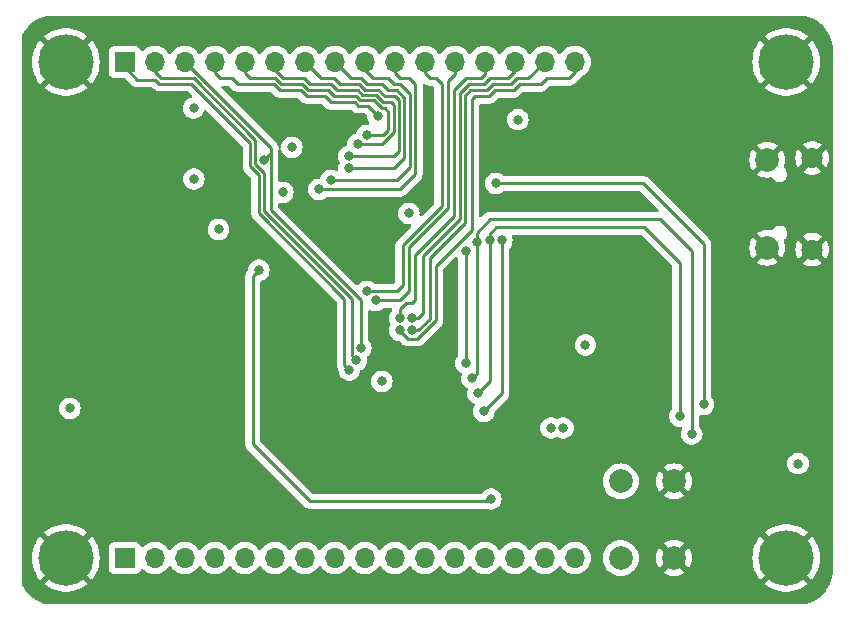
<source format=gbr>
G04 #@! TF.GenerationSoftware,KiCad,Pcbnew,8.0.3+1*
G04 #@! TF.CreationDate,2024-07-01T14:09:21+00:00*
G04 #@! TF.ProjectId,STM32103_Devel,53544d33-3231-4303-935f-446576656c2e,0.0.2*
G04 #@! TF.SameCoordinates,Original*
G04 #@! TF.FileFunction,Copper,L4,Bot*
G04 #@! TF.FilePolarity,Positive*
%FSLAX46Y46*%
G04 Gerber Fmt 4.6, Leading zero omitted, Abs format (unit mm)*
G04 Created by KiCad (PCBNEW 8.0.3+1) date 2024-07-01 14:09:21*
%MOMM*%
%LPD*%
G01*
G04 APERTURE LIST*
G04 #@! TA.AperFunction,ComponentPad*
%ADD10C,4.700000*%
G04 #@! TD*
G04 #@! TA.AperFunction,ComponentPad*
%ADD11C,2.000000*%
G04 #@! TD*
G04 #@! TA.AperFunction,ComponentPad*
%ADD12C,1.800000*%
G04 #@! TD*
G04 #@! TA.AperFunction,ComponentPad*
%ADD13R,1.700000X1.700000*%
G04 #@! TD*
G04 #@! TA.AperFunction,ComponentPad*
%ADD14O,1.700000X1.700000*%
G04 #@! TD*
G04 #@! TA.AperFunction,ViaPad*
%ADD15C,0.800000*%
G04 #@! TD*
G04 #@! TA.AperFunction,Conductor*
%ADD16C,0.250000*%
G04 #@! TD*
G04 APERTURE END LIST*
D10*
X165000000Y-116000000D03*
X165000000Y-74000000D03*
X104000000Y-74000000D03*
X104000000Y-116000000D03*
D11*
X151000000Y-116000000D03*
X151000000Y-109500000D03*
X155500000Y-116000000D03*
X155500000Y-109500000D03*
D12*
X167195000Y-89880000D03*
D11*
X163395000Y-89730000D03*
X163395000Y-82280000D03*
D12*
X167195000Y-82130000D03*
D13*
X109000000Y-74000000D03*
D14*
X111540000Y-74000000D03*
X114080000Y-74000000D03*
X116620000Y-74000000D03*
X119160000Y-74000000D03*
X121700000Y-74000000D03*
X124240000Y-74000000D03*
X126780000Y-74000000D03*
X129320000Y-74000000D03*
X131860000Y-74000000D03*
X134400000Y-74000000D03*
X136940000Y-74000000D03*
X139480000Y-74000000D03*
X142020000Y-74000000D03*
X144560000Y-74000000D03*
X147100000Y-74000000D03*
D13*
X109000000Y-116000000D03*
D14*
X111540000Y-116000000D03*
X114080000Y-116000000D03*
X116620000Y-116000000D03*
X119160000Y-116000000D03*
X121700000Y-116000000D03*
X124240000Y-116000000D03*
X126780000Y-116000000D03*
X129320000Y-116000000D03*
X131860000Y-116000000D03*
X134400000Y-116000000D03*
X136940000Y-116000000D03*
X139480000Y-116000000D03*
X142020000Y-116000000D03*
X144560000Y-116000000D03*
X147100000Y-116000000D03*
D15*
X133046000Y-86812000D03*
X123140000Y-81224000D03*
X122378000Y-85034000D03*
X130760000Y-101036000D03*
X116944443Y-88181557D03*
X104344000Y-103322000D03*
X142284000Y-78890000D03*
X145084000Y-105000000D03*
X146100000Y-105000000D03*
X114846300Y-83906600D03*
X148000000Y-97956000D03*
X114820900Y-77912200D03*
X166000000Y-108000000D03*
X114504000Y-91130000D03*
X126378000Y-78811000D03*
X128728000Y-80970000D03*
X140000000Y-111000000D03*
X120350661Y-91633341D03*
X137872000Y-89969009D03*
X137872000Y-99512000D03*
X125426000Y-84782301D03*
X126442000Y-84018000D03*
X127975000Y-83002000D03*
X127975000Y-81986000D03*
X129490000Y-80208000D03*
X140412000Y-84272000D03*
X130435840Y-78571897D03*
X158000000Y-103000000D03*
X140920000Y-89098000D03*
X139396000Y-103576000D03*
X139904000Y-89098000D03*
X138888000Y-102052000D03*
X156000000Y-104000000D03*
X138779999Y-89243999D03*
X138380000Y-100782000D03*
X157000000Y-105500000D03*
X132284000Y-96718000D03*
X133300000Y-96718000D03*
X133300000Y-95702000D03*
X132284000Y-95702000D03*
X130252000Y-94178000D03*
X129490000Y-93416000D03*
X128601000Y-99258008D03*
X127999990Y-100093718D03*
X128994924Y-98211844D03*
X120790499Y-82303501D03*
D16*
X128728000Y-76398000D02*
X129118610Y-76788610D01*
X124156000Y-75382000D02*
X124664000Y-75890000D01*
X130885590Y-77414000D02*
X131522000Y-77414000D01*
X124664000Y-75890000D02*
X126442000Y-75890000D01*
X121700000Y-74704000D02*
X122378000Y-75382000D01*
X131776000Y-77668000D02*
X131776000Y-79954000D01*
X121700000Y-74000000D02*
X121700000Y-74704000D01*
X126950000Y-76398000D02*
X128728000Y-76398000D01*
X130760000Y-80970000D02*
X128728000Y-80970000D01*
X122378000Y-75382000D02*
X124156000Y-75382000D01*
X126442000Y-75890000D02*
X126950000Y-76398000D01*
X131776000Y-79954000D02*
X130760000Y-80970000D01*
X131522000Y-77414000D02*
X131776000Y-77668000D01*
X130260200Y-76788610D02*
X130885590Y-77414000D01*
X129118610Y-76788610D02*
X130260200Y-76788610D01*
X120350661Y-91633341D02*
X119838000Y-92146002D01*
X139804000Y-111196000D02*
X140000000Y-111000000D01*
X124664000Y-111196000D02*
X139804000Y-111196000D01*
X119838000Y-92146002D02*
X119838000Y-106370000D01*
X119838000Y-106370000D02*
X124664000Y-111196000D01*
X137872000Y-99512000D02*
X137872000Y-89969009D01*
X131860000Y-74958000D02*
X131860000Y-74000000D01*
X133576042Y-83487958D02*
X133576042Y-75867958D01*
X133090084Y-75382000D02*
X133576042Y-75867958D01*
X125426000Y-84782301D02*
X132281699Y-84782301D01*
X132284000Y-75382000D02*
X131860000Y-74958000D01*
X133046000Y-75382000D02*
X132284000Y-75382000D01*
X133046000Y-75382000D02*
X133090084Y-75382000D01*
X132281699Y-84782301D02*
X133576042Y-83487958D01*
X133126031Y-76674041D02*
X133126031Y-82921969D01*
X129998000Y-75382000D02*
X131268000Y-75382000D01*
X132030000Y-84018000D02*
X126442000Y-84018000D01*
X131268000Y-75382000D02*
X131776000Y-75890000D01*
X133126031Y-82921969D02*
X132030000Y-84018000D01*
X131776000Y-75890000D02*
X132341990Y-75890000D01*
X129320000Y-74704000D02*
X129998000Y-75382000D01*
X129320000Y-74000000D02*
X129320000Y-74704000D01*
X132341990Y-75890000D02*
X133126031Y-76674041D01*
X130758590Y-75888590D02*
X131268000Y-76398000D01*
X131268000Y-76398000D02*
X132030000Y-76398000D01*
X132030000Y-76398000D02*
X132676020Y-77044020D01*
X132676020Y-77044020D02*
X132676020Y-82101980D01*
X126780000Y-74000000D02*
X128162000Y-75382000D01*
X131776000Y-83002000D02*
X127975000Y-83002000D01*
X132676020Y-82101980D02*
X131776000Y-83002000D01*
X128162000Y-75382000D02*
X128984821Y-75382000D01*
X128984821Y-75382000D02*
X129491410Y-75888590D01*
X129491410Y-75888590D02*
X130758590Y-75888590D01*
X132226009Y-81535991D02*
X131776000Y-81986000D01*
X127204000Y-75890000D02*
X128856411Y-75890000D01*
X131901590Y-76906000D02*
X132226009Y-77230419D01*
X130446600Y-76338600D02*
X131014000Y-76906000D01*
X129305010Y-76338600D02*
X130446600Y-76338600D01*
X126696000Y-75382000D02*
X127204000Y-75890000D01*
X125622000Y-75382000D02*
X126696000Y-75382000D01*
X132226009Y-77230419D02*
X132226009Y-81535991D01*
X128856411Y-75890000D02*
X129305010Y-76338600D01*
X124240000Y-74000000D02*
X125622000Y-75382000D01*
X131014000Y-76906000D02*
X131901590Y-76906000D01*
X131776000Y-81986000D02*
X127975000Y-81986000D01*
X124535590Y-76398000D02*
X126188000Y-76398000D01*
X130757180Y-77922000D02*
X131014000Y-77922000D01*
X122249590Y-75890000D02*
X123902000Y-75890000D01*
X123902000Y-75890000D02*
X124027590Y-75890000D01*
X131014000Y-77922000D02*
X131325990Y-78233990D01*
X126188000Y-76398000D02*
X126696000Y-76906000D01*
X128599590Y-76906000D02*
X128932209Y-77238619D01*
X119584000Y-75382000D02*
X121741590Y-75382000D01*
X119160000Y-74958000D02*
X119584000Y-75382000D01*
X131325990Y-78233990D02*
X131325990Y-79767600D01*
X128932210Y-77238620D02*
X130073800Y-77238620D01*
X121741590Y-75382000D02*
X122249590Y-75890000D01*
X126696000Y-76906000D02*
X128599590Y-76906000D01*
X128932209Y-77238619D02*
X128932210Y-77238620D01*
X119160000Y-74000000D02*
X119160000Y-74958000D01*
X130073800Y-77238620D02*
X130757180Y-77922000D01*
X124027590Y-75890000D02*
X124535590Y-76398000D01*
X130885590Y-80208000D02*
X129490000Y-80208000D01*
X131325990Y-79767600D02*
X130885590Y-80208000D01*
X124407180Y-76906000D02*
X125934000Y-76906000D01*
X126442000Y-77414000D02*
X128471180Y-77414000D01*
X116620000Y-74958000D02*
X117044000Y-75382000D01*
X116620000Y-74000000D02*
X116620000Y-74958000D01*
X128471180Y-77414000D02*
X128745808Y-77688628D01*
X129552571Y-77688628D02*
X130435840Y-78571897D01*
X118568000Y-75890000D02*
X121613180Y-75890000D01*
X122121180Y-76398000D02*
X123899180Y-76398000D01*
X125934000Y-76906000D02*
X126442000Y-77414000D01*
X121613180Y-75890000D02*
X122121180Y-76398000D01*
X117044000Y-75382000D02*
X118060000Y-75382000D01*
X123899180Y-76398000D02*
X124407180Y-76906000D01*
X128745808Y-77688628D02*
X129552571Y-77688628D01*
X118060000Y-75382000D02*
X118568000Y-75890000D01*
X158000000Y-89414000D02*
X152858000Y-84272000D01*
X152858000Y-84272000D02*
X140412000Y-84272000D01*
X158000000Y-103000000D02*
X158000000Y-89414000D01*
X140920000Y-102052000D02*
X140920000Y-89098000D01*
X139396000Y-103576000D02*
X140920000Y-102052000D01*
X139904000Y-101036000D02*
X139904000Y-89098000D01*
X138888000Y-102052000D02*
X139904000Y-101036000D01*
X156000000Y-91000000D02*
X153000000Y-88000000D01*
X140436315Y-88000000D02*
X139904000Y-88532315D01*
X153000000Y-88000000D02*
X140436315Y-88000000D01*
X139904000Y-88532315D02*
X139904000Y-89098000D01*
X156000000Y-104000000D02*
X156000000Y-91000000D01*
X138779999Y-100382001D02*
X138779999Y-89243999D01*
X138380000Y-100782000D02*
X138779999Y-100382001D01*
X157000000Y-105500000D02*
X157000000Y-90000000D01*
X138779999Y-88444001D02*
X138779999Y-89243999D01*
X139904000Y-87320000D02*
X138779999Y-88444001D01*
X157000000Y-90000000D02*
X154320000Y-87320000D01*
X154320000Y-87320000D02*
X139904000Y-87320000D01*
X142444000Y-75890000D02*
X141936000Y-76398000D01*
X138380000Y-77162820D02*
X138380000Y-88207590D01*
X139841205Y-76906000D02*
X138636820Y-76906000D01*
X132951999Y-97443001D02*
X132284000Y-96775002D01*
X141936000Y-76398000D02*
X140349205Y-76398000D01*
X140349205Y-76398000D02*
X139841205Y-76906000D01*
X146593000Y-75382000D02*
X144730000Y-75382000D01*
X138380000Y-88207590D02*
X135332000Y-91255590D01*
X147100000Y-74875000D02*
X146593000Y-75382000D01*
X132284000Y-96775002D02*
X132284000Y-96718000D01*
X144730000Y-75382000D02*
X144222000Y-75890000D01*
X147100000Y-74000000D02*
X147100000Y-74875000D01*
X144222000Y-75890000D02*
X142444000Y-75890000D01*
X135332000Y-95888095D02*
X133777094Y-97443001D01*
X135332000Y-91255590D02*
X135332000Y-95888095D01*
X133777094Y-97443001D02*
X132951999Y-97443001D01*
X138636820Y-76906000D02*
X138380000Y-77162820D01*
X134824000Y-95759685D02*
X133865685Y-96718000D01*
X143178000Y-75382000D02*
X142190000Y-75382000D01*
X139650000Y-76398000D02*
X138254410Y-76398000D01*
X138254410Y-76398000D02*
X137809205Y-76843205D01*
X141682000Y-75890000D02*
X140158000Y-75890000D01*
X144560000Y-74000000D02*
X143178000Y-75382000D01*
X137809205Y-87636795D02*
X134824000Y-90622000D01*
X137809205Y-76843205D02*
X137809205Y-87636795D01*
X133865685Y-96718000D02*
X133300000Y-96718000D01*
X134824000Y-90622000D02*
X134824000Y-95759685D01*
X142190000Y-75382000D02*
X141682000Y-75890000D01*
X140158000Y-75890000D02*
X139650000Y-76398000D01*
X142020000Y-74000000D02*
X142020000Y-74790000D01*
X134279001Y-90404999D02*
X134279001Y-95230999D01*
X137359196Y-76656804D02*
X137359196Y-87324804D01*
X139396000Y-75890000D02*
X138126000Y-75890000D01*
X139904000Y-75382000D02*
X139396000Y-75890000D01*
X142020000Y-74790000D02*
X141428000Y-75382000D01*
X137359196Y-87324804D02*
X134279001Y-90404999D01*
X141428000Y-75382000D02*
X139904000Y-75382000D01*
X133808000Y-95702000D02*
X133300000Y-95702000D01*
X138126000Y-75890000D02*
X137359196Y-76656804D01*
X134279001Y-95230999D02*
X133808000Y-95702000D01*
X139142000Y-75382000D02*
X139480000Y-75044000D01*
X132284000Y-94940000D02*
X132792000Y-94432000D01*
X132792000Y-94432000D02*
X133300000Y-94432000D01*
X132284000Y-95702000D02*
X132284000Y-94940000D01*
X139480000Y-75044000D02*
X139480000Y-74000000D01*
X133554000Y-94178000D02*
X133554000Y-90368000D01*
X133554000Y-90368000D02*
X136856000Y-87066000D01*
X136856000Y-87066000D02*
X136856000Y-76398000D01*
X137872000Y-75382000D02*
X139142000Y-75382000D01*
X133300000Y-94432000D02*
X133554000Y-94178000D01*
X136856000Y-76398000D02*
X137872000Y-75382000D01*
X136940000Y-75044000D02*
X136348000Y-75636000D01*
X136940000Y-74000000D02*
X136940000Y-75044000D01*
X132284000Y-94178000D02*
X130252000Y-94178000D01*
X136348000Y-86361002D02*
X133046000Y-89663002D01*
X133046000Y-89663002D02*
X133046000Y-93416000D01*
X133046000Y-93416000D02*
X132284000Y-94178000D01*
X136348000Y-75636000D02*
X136348000Y-86361002D01*
X135332000Y-75382000D02*
X134824000Y-75382000D01*
X135840000Y-86232592D02*
X135840000Y-75890000D01*
X129490000Y-93416000D02*
X132030000Y-93416000D01*
X132030000Y-93416000D02*
X132538000Y-92908000D01*
X134824000Y-75382000D02*
X134400000Y-74958000D01*
X135840000Y-75890000D02*
X135332000Y-75382000D01*
X134400000Y-74958000D02*
X134400000Y-74000000D01*
X132538000Y-92908000D02*
X132538000Y-89534592D01*
X132538000Y-89534592D02*
X135840000Y-86232592D01*
X120796996Y-86629406D02*
X128201001Y-94033411D01*
X114825590Y-75382000D02*
X120065498Y-80621908D01*
X120065498Y-82651502D02*
X120796996Y-83383000D01*
X112091000Y-75382000D02*
X114825590Y-75382000D01*
X120796996Y-83383000D02*
X120796996Y-86629406D01*
X128201001Y-98858009D02*
X128601000Y-99258008D01*
X120065498Y-80621908D02*
X120065498Y-82651502D01*
X111540000Y-74000000D02*
X111540000Y-74831000D01*
X128201001Y-94033411D02*
X128201001Y-98858009D01*
X111540000Y-74831000D02*
X112091000Y-75382000D01*
X119615489Y-82837903D02*
X120346986Y-83569400D01*
X111581590Y-75509000D02*
X111904599Y-75832009D01*
X127585000Y-99678728D02*
X127999990Y-100093718D01*
X120346987Y-86815807D02*
X127585000Y-94053820D01*
X109000000Y-74450000D02*
X110059000Y-75509000D01*
X110059000Y-75509000D02*
X111581590Y-75509000D01*
X119615488Y-80874488D02*
X119615489Y-82837903D01*
X127585000Y-94053820D02*
X127585000Y-99678728D01*
X109000000Y-74000000D02*
X109000000Y-74450000D01*
X120346986Y-83569400D02*
X120346987Y-86815807D01*
X114573009Y-75832009D02*
X119615488Y-80874488D01*
X111904599Y-75832009D02*
X114573009Y-75832009D01*
X121362000Y-86558000D02*
X128994924Y-94190924D01*
X128994924Y-94190924D02*
X128994924Y-98211844D01*
X121362000Y-81605000D02*
X121362000Y-86558000D01*
X121362000Y-81732000D02*
X121362000Y-81605000D01*
X120790499Y-82303501D02*
X121362000Y-81732000D01*
X121362000Y-81282000D02*
X121362000Y-81605000D01*
X114080000Y-74000000D02*
X121362000Y-81282000D01*
G04 #@! TA.AperFunction,Conductor*
G36*
X134415477Y-75870223D02*
G01*
X134420166Y-75874071D01*
X134420167Y-75874072D01*
X134523925Y-75943401D01*
X134605447Y-75977168D01*
X134639215Y-75991155D01*
X134761606Y-76015500D01*
X134761607Y-76015500D01*
X134886394Y-76015500D01*
X135017406Y-76015500D01*
X135085527Y-76035502D01*
X135106501Y-76052405D01*
X135169595Y-76115499D01*
X135203621Y-76177811D01*
X135206500Y-76204594D01*
X135206500Y-85917998D01*
X135186498Y-85986119D01*
X135169595Y-86007093D01*
X134163513Y-87013174D01*
X134101201Y-87047200D01*
X134030385Y-87042135D01*
X133973550Y-86999588D01*
X133948739Y-86933068D01*
X133949108Y-86910908D01*
X133959504Y-86812000D01*
X133939542Y-86622072D01*
X133880527Y-86440444D01*
X133785040Y-86275056D01*
X133785038Y-86275054D01*
X133785034Y-86275048D01*
X133657255Y-86133135D01*
X133502752Y-86020882D01*
X133328288Y-85943206D01*
X133141487Y-85903500D01*
X132950513Y-85903500D01*
X132763711Y-85943206D01*
X132589247Y-86020882D01*
X132434744Y-86133135D01*
X132306965Y-86275048D01*
X132306958Y-86275058D01*
X132211476Y-86440438D01*
X132211473Y-86440445D01*
X132152457Y-86622072D01*
X132132496Y-86812000D01*
X132152457Y-87001927D01*
X132158133Y-87019395D01*
X132211473Y-87183556D01*
X132211476Y-87183561D01*
X132306958Y-87348941D01*
X132306965Y-87348951D01*
X132434744Y-87490864D01*
X132451024Y-87502692D01*
X132589248Y-87603118D01*
X132763712Y-87680794D01*
X132950513Y-87720500D01*
X133148090Y-87720500D01*
X133148090Y-87722342D01*
X133209121Y-87733502D01*
X133260969Y-87782002D01*
X133278365Y-87850835D01*
X133255786Y-87918145D01*
X133241551Y-87935136D01*
X132134167Y-89042521D01*
X132045931Y-89130756D01*
X132045926Y-89130763D01*
X131980143Y-89229215D01*
X131976600Y-89234517D01*
X131928845Y-89349807D01*
X131928487Y-89351607D01*
X131904500Y-89472195D01*
X131904500Y-92593406D01*
X131884498Y-92661527D01*
X131867595Y-92682501D01*
X131804501Y-92745595D01*
X131742189Y-92779621D01*
X131715406Y-92782500D01*
X130198200Y-92782500D01*
X130130079Y-92762498D01*
X130104563Y-92740810D01*
X130101252Y-92737133D01*
X129946752Y-92624882D01*
X129772288Y-92547206D01*
X129585487Y-92507500D01*
X129394513Y-92507500D01*
X129207711Y-92547206D01*
X129033247Y-92624882D01*
X128878746Y-92737134D01*
X128758311Y-92870891D01*
X128697865Y-92908130D01*
X128626881Y-92906778D01*
X128575580Y-92875675D01*
X122032405Y-86332500D01*
X121998379Y-86270188D01*
X121995500Y-86243405D01*
X121995500Y-86037090D01*
X122015502Y-85968969D01*
X122069158Y-85922476D01*
X122139432Y-85912372D01*
X122147698Y-85913844D01*
X122282509Y-85942500D01*
X122282513Y-85942500D01*
X122473487Y-85942500D01*
X122660288Y-85902794D01*
X122834752Y-85825118D01*
X122989253Y-85712866D01*
X122989255Y-85712864D01*
X123117034Y-85570951D01*
X123117035Y-85570949D01*
X123117040Y-85570944D01*
X123212527Y-85405556D01*
X123271542Y-85223928D01*
X123291504Y-85034000D01*
X123271542Y-84844072D01*
X123212527Y-84662444D01*
X123117040Y-84497056D01*
X123117038Y-84497054D01*
X123117034Y-84497048D01*
X122989255Y-84355135D01*
X122834752Y-84242882D01*
X122660288Y-84165206D01*
X122473487Y-84125500D01*
X122282513Y-84125500D01*
X122147697Y-84154156D01*
X122076906Y-84148754D01*
X122020274Y-84105937D01*
X121995780Y-84039299D01*
X121995500Y-84030909D01*
X121995500Y-81430450D01*
X122015502Y-81362329D01*
X122069158Y-81315836D01*
X122139432Y-81305732D01*
X122204012Y-81335226D01*
X122242396Y-81394952D01*
X122244878Y-81407510D01*
X122245084Y-81407467D01*
X122246456Y-81413924D01*
X122277067Y-81508133D01*
X122305473Y-81595556D01*
X122305476Y-81595561D01*
X122400958Y-81760941D01*
X122400965Y-81760951D01*
X122528744Y-81902864D01*
X122528747Y-81902866D01*
X122683248Y-82015118D01*
X122857712Y-82092794D01*
X123044513Y-82132500D01*
X123235487Y-82132500D01*
X123422288Y-82092794D01*
X123596752Y-82015118D01*
X123751253Y-81902866D01*
X123879040Y-81760944D01*
X123974527Y-81595556D01*
X124033542Y-81413928D01*
X124053504Y-81224000D01*
X124033542Y-81034072D01*
X123974527Y-80852444D01*
X123879040Y-80687056D01*
X123879038Y-80687054D01*
X123879034Y-80687048D01*
X123751255Y-80545135D01*
X123596752Y-80432882D01*
X123422288Y-80355206D01*
X123235487Y-80315500D01*
X123044513Y-80315500D01*
X122857711Y-80355206D01*
X122683247Y-80432882D01*
X122528744Y-80545135D01*
X122400965Y-80687048D01*
X122400958Y-80687058D01*
X122305476Y-80852438D01*
X122305473Y-80852445D01*
X122246457Y-81034072D01*
X122233768Y-81154804D01*
X122206755Y-81220461D01*
X122148533Y-81261090D01*
X122077588Y-81263793D01*
X122016444Y-81227711D01*
X121984880Y-81166216D01*
X121971155Y-81097215D01*
X121923400Y-80981925D01*
X121854071Y-80878167D01*
X121765833Y-80789929D01*
X117206499Y-76230595D01*
X117172473Y-76168283D01*
X117177538Y-76097468D01*
X117220085Y-76040632D01*
X117286605Y-76015821D01*
X117295594Y-76015500D01*
X117745406Y-76015500D01*
X117813527Y-76035502D01*
X117834501Y-76052405D01*
X118075928Y-76293832D01*
X118075929Y-76293833D01*
X118164167Y-76382071D01*
X118267925Y-76451400D01*
X118383215Y-76499155D01*
X118505606Y-76523500D01*
X121298586Y-76523500D01*
X121366707Y-76543502D01*
X121387681Y-76560405D01*
X121629109Y-76801833D01*
X121717347Y-76890071D01*
X121821105Y-76959400D01*
X121936395Y-77007155D01*
X122058786Y-77031500D01*
X123584586Y-77031500D01*
X123652707Y-77051502D01*
X123673681Y-77068405D01*
X123915109Y-77309833D01*
X124003347Y-77398071D01*
X124107105Y-77467400D01*
X124222395Y-77515155D01*
X124344786Y-77539500D01*
X125619406Y-77539500D01*
X125687527Y-77559502D01*
X125708501Y-77576405D01*
X125949929Y-77817833D01*
X126038167Y-77906071D01*
X126141925Y-77975400D01*
X126257215Y-78023155D01*
X126379606Y-78047500D01*
X128156585Y-78047500D01*
X128224706Y-78067502D01*
X128245680Y-78084405D01*
X128341975Y-78180700D01*
X128445733Y-78250029D01*
X128527159Y-78283756D01*
X128561023Y-78297783D01*
X128683414Y-78322128D01*
X128683415Y-78322128D01*
X128808202Y-78322128D01*
X129237977Y-78322128D01*
X129306098Y-78342130D01*
X129327072Y-78359033D01*
X129488717Y-78520678D01*
X129522743Y-78582990D01*
X129524932Y-78596602D01*
X129542297Y-78761824D01*
X129548526Y-78780993D01*
X129601313Y-78943453D01*
X129680106Y-79079927D01*
X129697758Y-79110500D01*
X129714496Y-79179495D01*
X129691276Y-79246587D01*
X129635469Y-79290474D01*
X129588639Y-79299500D01*
X129394513Y-79299500D01*
X129207711Y-79339206D01*
X129033247Y-79416882D01*
X128878744Y-79529135D01*
X128750965Y-79671048D01*
X128750958Y-79671058D01*
X128655476Y-79836438D01*
X128655473Y-79836445D01*
X128601105Y-80003768D01*
X128561031Y-80062374D01*
X128507471Y-80088077D01*
X128445714Y-80101204D01*
X128271247Y-80178882D01*
X128116744Y-80291135D01*
X127988965Y-80433048D01*
X127988958Y-80433058D01*
X127893476Y-80598438D01*
X127893473Y-80598445D01*
X127834457Y-80780072D01*
X127814496Y-80970001D01*
X127814496Y-80970002D01*
X127815110Y-80975848D01*
X127802333Y-81045685D01*
X127753827Y-81097528D01*
X127715999Y-81112255D01*
X127692714Y-81117204D01*
X127518247Y-81194882D01*
X127363744Y-81307135D01*
X127235965Y-81449048D01*
X127235958Y-81449058D01*
X127140476Y-81614438D01*
X127140473Y-81614445D01*
X127081457Y-81796072D01*
X127061496Y-81986000D01*
X127081457Y-82175927D01*
X127111526Y-82268470D01*
X127140473Y-82357556D01*
X127140473Y-82357557D01*
X127140474Y-82357558D01*
X127182876Y-82431001D01*
X127199613Y-82499996D01*
X127182876Y-82556999D01*
X127140474Y-82630441D01*
X127140473Y-82630443D01*
X127140473Y-82630444D01*
X127125999Y-82674986D01*
X127081457Y-82812072D01*
X127061496Y-83002000D01*
X127071469Y-83096896D01*
X127058696Y-83166734D01*
X127010194Y-83218580D01*
X126941361Y-83235974D01*
X126894912Y-83225172D01*
X126724288Y-83149206D01*
X126537487Y-83109500D01*
X126346513Y-83109500D01*
X126159711Y-83149206D01*
X125985247Y-83226882D01*
X125830744Y-83339135D01*
X125702965Y-83481048D01*
X125702958Y-83481058D01*
X125618242Y-83627791D01*
X125607473Y-83646444D01*
X125598928Y-83672743D01*
X125561888Y-83786738D01*
X125521814Y-83845343D01*
X125456417Y-83872980D01*
X125442055Y-83873801D01*
X125330513Y-83873801D01*
X125143711Y-83913507D01*
X124969247Y-83991183D01*
X124814744Y-84103436D01*
X124686965Y-84245349D01*
X124686958Y-84245359D01*
X124591476Y-84410739D01*
X124591473Y-84410746D01*
X124532457Y-84592373D01*
X124512496Y-84782301D01*
X124532457Y-84972228D01*
X124552529Y-85034000D01*
X124591473Y-85153857D01*
X124591476Y-85153862D01*
X124686958Y-85319242D01*
X124686965Y-85319252D01*
X124814744Y-85461165D01*
X124814747Y-85461167D01*
X124969248Y-85573419D01*
X125143712Y-85651095D01*
X125330513Y-85690801D01*
X125521487Y-85690801D01*
X125708288Y-85651095D01*
X125882752Y-85573419D01*
X126037253Y-85461167D01*
X126040563Y-85457491D01*
X126101009Y-85420251D01*
X126134200Y-85415801D01*
X132344092Y-85415801D01*
X132344093Y-85415801D01*
X132466484Y-85391456D01*
X132581774Y-85343701D01*
X132685532Y-85274372D01*
X134068113Y-83891791D01*
X134137442Y-83788033D01*
X134185197Y-83672743D01*
X134196848Y-83614167D01*
X134209542Y-83550352D01*
X134209542Y-75967621D01*
X134229544Y-75899500D01*
X134283200Y-75853007D01*
X134353474Y-75842903D01*
X134415477Y-75870223D01*
G37*
G04 #@! TD.AperFunction*
G04 #@! TA.AperFunction,Conductor*
G36*
X166671776Y-70104793D02*
G01*
X166912793Y-70169373D01*
X166925336Y-70173449D01*
X167203671Y-70280292D01*
X167215719Y-70285656D01*
X167481368Y-70421010D01*
X167492785Y-70427601D01*
X167742838Y-70589988D01*
X167753495Y-70597732D01*
X167985197Y-70785360D01*
X167994998Y-70794185D01*
X168205814Y-71005001D01*
X168214639Y-71014802D01*
X168402263Y-71246498D01*
X168410015Y-71257167D01*
X168572394Y-71507208D01*
X168578989Y-71518631D01*
X168714343Y-71784280D01*
X168719707Y-71796327D01*
X168826550Y-72074661D01*
X168830626Y-72087205D01*
X168907790Y-72375188D01*
X168910532Y-72388088D01*
X168957172Y-72682563D01*
X168958550Y-72695679D01*
X168974327Y-72996698D01*
X168974500Y-73003293D01*
X168974500Y-116996706D01*
X168974327Y-117003301D01*
X168958550Y-117304320D01*
X168957172Y-117317436D01*
X168910532Y-117611911D01*
X168907790Y-117624811D01*
X168830626Y-117912794D01*
X168826550Y-117925338D01*
X168719707Y-118203672D01*
X168714343Y-118215719D01*
X168578989Y-118481368D01*
X168572394Y-118492791D01*
X168410015Y-118742832D01*
X168402263Y-118753501D01*
X168214639Y-118985197D01*
X168205814Y-118994998D01*
X167994998Y-119205814D01*
X167985197Y-119214639D01*
X167753501Y-119402263D01*
X167742832Y-119410015D01*
X167492791Y-119572394D01*
X167481368Y-119578989D01*
X167215719Y-119714343D01*
X167203671Y-119719707D01*
X166925336Y-119826550D01*
X166912794Y-119830625D01*
X166772095Y-119868326D01*
X166739483Y-119872620D01*
X102260517Y-119872620D01*
X102227907Y-119868327D01*
X102169085Y-119852566D01*
X102087205Y-119830626D01*
X102074663Y-119826550D01*
X101796328Y-119719707D01*
X101784280Y-119714343D01*
X101518631Y-119578989D01*
X101507208Y-119572394D01*
X101257167Y-119410015D01*
X101246498Y-119402263D01*
X101187493Y-119354482D01*
X101014802Y-119214639D01*
X101005001Y-119205814D01*
X100794185Y-118994998D01*
X100785360Y-118985197D01*
X100597736Y-118753501D01*
X100589988Y-118742838D01*
X100427601Y-118492785D01*
X100421010Y-118481368D01*
X100297733Y-118239420D01*
X100284000Y-118182218D01*
X100284000Y-116000000D01*
X101137157Y-116000000D01*
X101156514Y-116332345D01*
X101156515Y-116332354D01*
X101214325Y-116660215D01*
X101214325Y-116660216D01*
X101309809Y-116979152D01*
X101309808Y-116979152D01*
X101441668Y-117284839D01*
X101441671Y-117284844D01*
X101608123Y-117573146D01*
X101608133Y-117573162D01*
X101804227Y-117836562D01*
X102882348Y-116758441D01*
X102970278Y-116879466D01*
X103120534Y-117029722D01*
X103241557Y-117117650D01*
X102166686Y-118192522D01*
X102290432Y-118296355D01*
X102290433Y-118296356D01*
X102568570Y-118479290D01*
X102866090Y-118628710D01*
X103178924Y-118742572D01*
X103178927Y-118742573D01*
X103502867Y-118819348D01*
X103502877Y-118819350D01*
X103833537Y-118858000D01*
X104166463Y-118858000D01*
X104497122Y-118819350D01*
X104497132Y-118819348D01*
X104821072Y-118742573D01*
X104821075Y-118742572D01*
X105133909Y-118628710D01*
X105431429Y-118479290D01*
X105709566Y-118296356D01*
X105833312Y-118192522D01*
X105833312Y-118192521D01*
X104758441Y-117117650D01*
X104879466Y-117029722D01*
X105029722Y-116879466D01*
X105117650Y-116758441D01*
X106195771Y-117836562D01*
X106195772Y-117836562D01*
X106391859Y-117573173D01*
X106391876Y-117573146D01*
X106558328Y-117284844D01*
X106558331Y-117284839D01*
X106690190Y-116979152D01*
X106785674Y-116660216D01*
X106785674Y-116660215D01*
X106843484Y-116332354D01*
X106843485Y-116332345D01*
X106862842Y-116000000D01*
X106843485Y-115667654D01*
X106843484Y-115667645D01*
X106785674Y-115339784D01*
X106785674Y-115339783D01*
X106714291Y-115101350D01*
X107641500Y-115101350D01*
X107641500Y-116898649D01*
X107648009Y-116959196D01*
X107648011Y-116959204D01*
X107699110Y-117096202D01*
X107699112Y-117096207D01*
X107786738Y-117213261D01*
X107903792Y-117300887D01*
X107903794Y-117300888D01*
X107903796Y-117300889D01*
X107930690Y-117310920D01*
X108040795Y-117351988D01*
X108040803Y-117351990D01*
X108101350Y-117358499D01*
X108101355Y-117358499D01*
X108101362Y-117358500D01*
X108101368Y-117358500D01*
X109898632Y-117358500D01*
X109898638Y-117358500D01*
X109898645Y-117358499D01*
X109898649Y-117358499D01*
X109959196Y-117351990D01*
X109959199Y-117351989D01*
X109959201Y-117351989D01*
X109969253Y-117348240D01*
X109978045Y-117344960D01*
X110096204Y-117300889D01*
X110117645Y-117284839D01*
X110213261Y-117213261D01*
X110300886Y-117096208D01*
X110300885Y-117096208D01*
X110300889Y-117096204D01*
X110344999Y-116977939D01*
X110387545Y-116921107D01*
X110454066Y-116896296D01*
X110523440Y-116911388D01*
X110555753Y-116936635D01*
X110614085Y-117000000D01*
X110616762Y-117002908D01*
X110617267Y-117003301D01*
X110794424Y-117141189D01*
X110992426Y-117248342D01*
X110992427Y-117248342D01*
X110992428Y-117248343D01*
X111098738Y-117284839D01*
X111205365Y-117321444D01*
X111427431Y-117358500D01*
X111427435Y-117358500D01*
X111652565Y-117358500D01*
X111652569Y-117358500D01*
X111874635Y-117321444D01*
X112087574Y-117248342D01*
X112285576Y-117141189D01*
X112463240Y-117002906D01*
X112615722Y-116837268D01*
X112704518Y-116701354D01*
X112758520Y-116655268D01*
X112828868Y-116645692D01*
X112893225Y-116675669D01*
X112915480Y-116701353D01*
X112919532Y-116707554D01*
X113004275Y-116837265D01*
X113004279Y-116837270D01*
X113072511Y-116911388D01*
X113151052Y-116996706D01*
X113156762Y-117002908D01*
X113157267Y-117003301D01*
X113334424Y-117141189D01*
X113532426Y-117248342D01*
X113532427Y-117248342D01*
X113532428Y-117248343D01*
X113638738Y-117284839D01*
X113745365Y-117321444D01*
X113967431Y-117358500D01*
X113967435Y-117358500D01*
X114192565Y-117358500D01*
X114192569Y-117358500D01*
X114414635Y-117321444D01*
X114627574Y-117248342D01*
X114825576Y-117141189D01*
X115003240Y-117002906D01*
X115155722Y-116837268D01*
X115244518Y-116701354D01*
X115298520Y-116655268D01*
X115368868Y-116645692D01*
X115433225Y-116675669D01*
X115455480Y-116701353D01*
X115459532Y-116707554D01*
X115544275Y-116837265D01*
X115544279Y-116837270D01*
X115612511Y-116911388D01*
X115691052Y-116996706D01*
X115696762Y-117002908D01*
X115697267Y-117003301D01*
X115874424Y-117141189D01*
X116072426Y-117248342D01*
X116072427Y-117248342D01*
X116072428Y-117248343D01*
X116178738Y-117284839D01*
X116285365Y-117321444D01*
X116507431Y-117358500D01*
X116507435Y-117358500D01*
X116732565Y-117358500D01*
X116732569Y-117358500D01*
X116954635Y-117321444D01*
X117167574Y-117248342D01*
X117365576Y-117141189D01*
X117543240Y-117002906D01*
X117695722Y-116837268D01*
X117784518Y-116701354D01*
X117838520Y-116655268D01*
X117908868Y-116645692D01*
X117973225Y-116675669D01*
X117995480Y-116701353D01*
X117999532Y-116707554D01*
X118084275Y-116837265D01*
X118084279Y-116837270D01*
X118152511Y-116911388D01*
X118231052Y-116996706D01*
X118236762Y-117002908D01*
X118237267Y-117003301D01*
X118414424Y-117141189D01*
X118612426Y-117248342D01*
X118612427Y-117248342D01*
X118612428Y-117248343D01*
X118718738Y-117284839D01*
X118825365Y-117321444D01*
X119047431Y-117358500D01*
X119047435Y-117358500D01*
X119272565Y-117358500D01*
X119272569Y-117358500D01*
X119494635Y-117321444D01*
X119707574Y-117248342D01*
X119905576Y-117141189D01*
X120083240Y-117002906D01*
X120235722Y-116837268D01*
X120324518Y-116701354D01*
X120378520Y-116655268D01*
X120448868Y-116645692D01*
X120513225Y-116675669D01*
X120535480Y-116701353D01*
X120539532Y-116707554D01*
X120624275Y-116837265D01*
X120624279Y-116837270D01*
X120692511Y-116911388D01*
X120771052Y-116996706D01*
X120776762Y-117002908D01*
X120777267Y-117003301D01*
X120954424Y-117141189D01*
X121152426Y-117248342D01*
X121152427Y-117248342D01*
X121152428Y-117248343D01*
X121258738Y-117284839D01*
X121365365Y-117321444D01*
X121587431Y-117358500D01*
X121587435Y-117358500D01*
X121812565Y-117358500D01*
X121812569Y-117358500D01*
X122034635Y-117321444D01*
X122247574Y-117248342D01*
X122445576Y-117141189D01*
X122623240Y-117002906D01*
X122775722Y-116837268D01*
X122864518Y-116701354D01*
X122918520Y-116655268D01*
X122988868Y-116645692D01*
X123053225Y-116675669D01*
X123075480Y-116701353D01*
X123079532Y-116707554D01*
X123164275Y-116837265D01*
X123164279Y-116837270D01*
X123232511Y-116911388D01*
X123311052Y-116996706D01*
X123316762Y-117002908D01*
X123317267Y-117003301D01*
X123494424Y-117141189D01*
X123692426Y-117248342D01*
X123692427Y-117248342D01*
X123692428Y-117248343D01*
X123798738Y-117284839D01*
X123905365Y-117321444D01*
X124127431Y-117358500D01*
X124127435Y-117358500D01*
X124352565Y-117358500D01*
X124352569Y-117358500D01*
X124574635Y-117321444D01*
X124787574Y-117248342D01*
X124985576Y-117141189D01*
X125163240Y-117002906D01*
X125315722Y-116837268D01*
X125404518Y-116701354D01*
X125458520Y-116655268D01*
X125528868Y-116645692D01*
X125593225Y-116675669D01*
X125615480Y-116701353D01*
X125619532Y-116707554D01*
X125704275Y-116837265D01*
X125704279Y-116837270D01*
X125772511Y-116911388D01*
X125851052Y-116996706D01*
X125856762Y-117002908D01*
X125857267Y-117003301D01*
X126034424Y-117141189D01*
X126232426Y-117248342D01*
X126232427Y-117248342D01*
X126232428Y-117248343D01*
X126338738Y-117284839D01*
X126445365Y-117321444D01*
X126667431Y-117358500D01*
X126667435Y-117358500D01*
X126892565Y-117358500D01*
X126892569Y-117358500D01*
X127114635Y-117321444D01*
X127327574Y-117248342D01*
X127525576Y-117141189D01*
X127703240Y-117002906D01*
X127855722Y-116837268D01*
X127944518Y-116701354D01*
X127998520Y-116655268D01*
X128068868Y-116645692D01*
X128133225Y-116675669D01*
X128155480Y-116701353D01*
X128159532Y-116707554D01*
X128244275Y-116837265D01*
X128244279Y-116837270D01*
X128312511Y-116911388D01*
X128391052Y-116996706D01*
X128396762Y-117002908D01*
X128397267Y-117003301D01*
X128574424Y-117141189D01*
X128772426Y-117248342D01*
X128772427Y-117248342D01*
X128772428Y-117248343D01*
X128878738Y-117284839D01*
X128985365Y-117321444D01*
X129207431Y-117358500D01*
X129207435Y-117358500D01*
X129432565Y-117358500D01*
X129432569Y-117358500D01*
X129654635Y-117321444D01*
X129867574Y-117248342D01*
X130065576Y-117141189D01*
X130243240Y-117002906D01*
X130395722Y-116837268D01*
X130484518Y-116701354D01*
X130538520Y-116655268D01*
X130608868Y-116645692D01*
X130673225Y-116675669D01*
X130695480Y-116701353D01*
X130699532Y-116707554D01*
X130784275Y-116837265D01*
X130784279Y-116837270D01*
X130852511Y-116911388D01*
X130931052Y-116996706D01*
X130936762Y-117002908D01*
X130937267Y-117003301D01*
X131114424Y-117141189D01*
X131312426Y-117248342D01*
X131312427Y-117248342D01*
X131312428Y-117248343D01*
X131418738Y-117284839D01*
X131525365Y-117321444D01*
X131747431Y-117358500D01*
X131747435Y-117358500D01*
X131972565Y-117358500D01*
X131972569Y-117358500D01*
X132194635Y-117321444D01*
X132407574Y-117248342D01*
X132605576Y-117141189D01*
X132783240Y-117002906D01*
X132935722Y-116837268D01*
X133024518Y-116701354D01*
X133078520Y-116655268D01*
X133148868Y-116645692D01*
X133213225Y-116675669D01*
X133235480Y-116701353D01*
X133239532Y-116707554D01*
X133324275Y-116837265D01*
X133324279Y-116837270D01*
X133392511Y-116911388D01*
X133471052Y-116996706D01*
X133476762Y-117002908D01*
X133477267Y-117003301D01*
X133654424Y-117141189D01*
X133852426Y-117248342D01*
X133852427Y-117248342D01*
X133852428Y-117248343D01*
X133958738Y-117284839D01*
X134065365Y-117321444D01*
X134287431Y-117358500D01*
X134287435Y-117358500D01*
X134512565Y-117358500D01*
X134512569Y-117358500D01*
X134734635Y-117321444D01*
X134947574Y-117248342D01*
X135145576Y-117141189D01*
X135323240Y-117002906D01*
X135475722Y-116837268D01*
X135564518Y-116701354D01*
X135618520Y-116655268D01*
X135688868Y-116645692D01*
X135753225Y-116675669D01*
X135775480Y-116701353D01*
X135779532Y-116707554D01*
X135864275Y-116837265D01*
X135864279Y-116837270D01*
X135932511Y-116911388D01*
X136011052Y-116996706D01*
X136016762Y-117002908D01*
X136017267Y-117003301D01*
X136194424Y-117141189D01*
X136392426Y-117248342D01*
X136392427Y-117248342D01*
X136392428Y-117248343D01*
X136498738Y-117284839D01*
X136605365Y-117321444D01*
X136827431Y-117358500D01*
X136827435Y-117358500D01*
X137052565Y-117358500D01*
X137052569Y-117358500D01*
X137274635Y-117321444D01*
X137487574Y-117248342D01*
X137685576Y-117141189D01*
X137863240Y-117002906D01*
X138015722Y-116837268D01*
X138104518Y-116701354D01*
X138158520Y-116655268D01*
X138228868Y-116645692D01*
X138293225Y-116675669D01*
X138315480Y-116701353D01*
X138319532Y-116707554D01*
X138404275Y-116837265D01*
X138404279Y-116837270D01*
X138472511Y-116911388D01*
X138551052Y-116996706D01*
X138556762Y-117002908D01*
X138557267Y-117003301D01*
X138734424Y-117141189D01*
X138932426Y-117248342D01*
X138932427Y-117248342D01*
X138932428Y-117248343D01*
X139038738Y-117284839D01*
X139145365Y-117321444D01*
X139367431Y-117358500D01*
X139367435Y-117358500D01*
X139592565Y-117358500D01*
X139592569Y-117358500D01*
X139814635Y-117321444D01*
X140027574Y-117248342D01*
X140225576Y-117141189D01*
X140403240Y-117002906D01*
X140555722Y-116837268D01*
X140644518Y-116701354D01*
X140698520Y-116655268D01*
X140768868Y-116645692D01*
X140833225Y-116675669D01*
X140855480Y-116701353D01*
X140859532Y-116707554D01*
X140944275Y-116837265D01*
X140944279Y-116837270D01*
X141012511Y-116911388D01*
X141091052Y-116996706D01*
X141096762Y-117002908D01*
X141097267Y-117003301D01*
X141274424Y-117141189D01*
X141472426Y-117248342D01*
X141472427Y-117248342D01*
X141472428Y-117248343D01*
X141578738Y-117284839D01*
X141685365Y-117321444D01*
X141907431Y-117358500D01*
X141907435Y-117358500D01*
X142132565Y-117358500D01*
X142132569Y-117358500D01*
X142354635Y-117321444D01*
X142567574Y-117248342D01*
X142765576Y-117141189D01*
X142943240Y-117002906D01*
X143095722Y-116837268D01*
X143184518Y-116701354D01*
X143238520Y-116655268D01*
X143308868Y-116645692D01*
X143373225Y-116675669D01*
X143395480Y-116701353D01*
X143399532Y-116707554D01*
X143484275Y-116837265D01*
X143484279Y-116837270D01*
X143552511Y-116911388D01*
X143631052Y-116996706D01*
X143636762Y-117002908D01*
X143637267Y-117003301D01*
X143814424Y-117141189D01*
X144012426Y-117248342D01*
X144012427Y-117248342D01*
X144012428Y-117248343D01*
X144118738Y-117284839D01*
X144225365Y-117321444D01*
X144447431Y-117358500D01*
X144447435Y-117358500D01*
X144672565Y-117358500D01*
X144672569Y-117358500D01*
X144894635Y-117321444D01*
X145107574Y-117248342D01*
X145305576Y-117141189D01*
X145483240Y-117002906D01*
X145635722Y-116837268D01*
X145724518Y-116701354D01*
X145778520Y-116655268D01*
X145848868Y-116645692D01*
X145913225Y-116675669D01*
X145935480Y-116701353D01*
X145939532Y-116707554D01*
X146024275Y-116837265D01*
X146024279Y-116837270D01*
X146092511Y-116911388D01*
X146171052Y-116996706D01*
X146176762Y-117002908D01*
X146177267Y-117003301D01*
X146354424Y-117141189D01*
X146552426Y-117248342D01*
X146552427Y-117248342D01*
X146552428Y-117248343D01*
X146658738Y-117284839D01*
X146765365Y-117321444D01*
X146987431Y-117358500D01*
X146987435Y-117358500D01*
X147212565Y-117358500D01*
X147212569Y-117358500D01*
X147434635Y-117321444D01*
X147647574Y-117248342D01*
X147845576Y-117141189D01*
X148023240Y-117002906D01*
X148175722Y-116837268D01*
X148298860Y-116648791D01*
X148389296Y-116442616D01*
X148444564Y-116224368D01*
X148463156Y-116000000D01*
X149486835Y-116000000D01*
X149505465Y-116236710D01*
X149560894Y-116467592D01*
X149638632Y-116655268D01*
X149651760Y-116686963D01*
X149766310Y-116873891D01*
X149775825Y-116889417D01*
X149775826Y-116889419D01*
X149930030Y-117069969D01*
X150097804Y-117213261D01*
X150110584Y-117224176D01*
X150313037Y-117348240D01*
X150532406Y-117439105D01*
X150763289Y-117494535D01*
X151000000Y-117513165D01*
X151236711Y-117494535D01*
X151467594Y-117439105D01*
X151686963Y-117348240D01*
X151889416Y-117224176D01*
X152069969Y-117069969D01*
X152224176Y-116889416D01*
X152348240Y-116686963D01*
X152439105Y-116467594D01*
X152494535Y-116236711D01*
X152513165Y-116000000D01*
X153987337Y-116000000D01*
X154005960Y-116236632D01*
X154061371Y-116467437D01*
X154152208Y-116686738D01*
X154266896Y-116873890D01*
X154266897Y-116873890D01*
X154975016Y-116165771D01*
X154987482Y-116212292D01*
X155059890Y-116337708D01*
X155162292Y-116440110D01*
X155287708Y-116512518D01*
X155334226Y-116524982D01*
X154626107Y-117233101D01*
X154626108Y-117233102D01*
X154813261Y-117347791D01*
X155032562Y-117438628D01*
X155263367Y-117494039D01*
X155500000Y-117512662D01*
X155736632Y-117494039D01*
X155967437Y-117438628D01*
X156186738Y-117347791D01*
X156373890Y-117233102D01*
X156373891Y-117233102D01*
X155665772Y-116524982D01*
X155712292Y-116512518D01*
X155837708Y-116440110D01*
X155940110Y-116337708D01*
X156012518Y-116212292D01*
X156024983Y-116165772D01*
X156733102Y-116873891D01*
X156733102Y-116873890D01*
X156847791Y-116686738D01*
X156938628Y-116467437D01*
X156994039Y-116236632D01*
X157012662Y-116000000D01*
X162137157Y-116000000D01*
X162156514Y-116332345D01*
X162156515Y-116332354D01*
X162214325Y-116660215D01*
X162214325Y-116660216D01*
X162309809Y-116979152D01*
X162309808Y-116979152D01*
X162441668Y-117284839D01*
X162441671Y-117284844D01*
X162608123Y-117573146D01*
X162608133Y-117573162D01*
X162804227Y-117836562D01*
X163882348Y-116758441D01*
X163970278Y-116879466D01*
X164120534Y-117029722D01*
X164241557Y-117117650D01*
X163166686Y-118192522D01*
X163290432Y-118296355D01*
X163290433Y-118296356D01*
X163568570Y-118479290D01*
X163866090Y-118628710D01*
X164178924Y-118742572D01*
X164178927Y-118742573D01*
X164502867Y-118819348D01*
X164502877Y-118819350D01*
X164833537Y-118858000D01*
X165166463Y-118858000D01*
X165497122Y-118819350D01*
X165497132Y-118819348D01*
X165821072Y-118742573D01*
X165821075Y-118742572D01*
X166133909Y-118628710D01*
X166431429Y-118479290D01*
X166709566Y-118296356D01*
X166833312Y-118192522D01*
X166833312Y-118192521D01*
X165758441Y-117117650D01*
X165879466Y-117029722D01*
X166029722Y-116879466D01*
X166117650Y-116758441D01*
X167195771Y-117836562D01*
X167195772Y-117836562D01*
X167391859Y-117573173D01*
X167391876Y-117573146D01*
X167558328Y-117284844D01*
X167558331Y-117284839D01*
X167690190Y-116979152D01*
X167785674Y-116660216D01*
X167785674Y-116660215D01*
X167843484Y-116332354D01*
X167843485Y-116332345D01*
X167862842Y-116000000D01*
X167843485Y-115667654D01*
X167843484Y-115667645D01*
X167785674Y-115339784D01*
X167785674Y-115339783D01*
X167690190Y-115020847D01*
X167690191Y-115020847D01*
X167558331Y-114715160D01*
X167558328Y-114715155D01*
X167391876Y-114426853D01*
X167391858Y-114426826D01*
X167195771Y-114163436D01*
X166117650Y-115241557D01*
X166029722Y-115120534D01*
X165879466Y-114970278D01*
X165758441Y-114882348D01*
X166833312Y-113807477D01*
X166833312Y-113807476D01*
X166709567Y-113703644D01*
X166709566Y-113703643D01*
X166431429Y-113520709D01*
X166133909Y-113371289D01*
X165821075Y-113257427D01*
X165821072Y-113257426D01*
X165497132Y-113180651D01*
X165497122Y-113180649D01*
X165166463Y-113142000D01*
X164833537Y-113142000D01*
X164502877Y-113180649D01*
X164502867Y-113180651D01*
X164178927Y-113257426D01*
X164178924Y-113257427D01*
X163866090Y-113371289D01*
X163568570Y-113520709D01*
X163290437Y-113703641D01*
X163290427Y-113703648D01*
X163166687Y-113807477D01*
X163166687Y-113807478D01*
X164241558Y-114882349D01*
X164120534Y-114970278D01*
X163970278Y-115120534D01*
X163882349Y-115241558D01*
X162804227Y-114163436D01*
X162608133Y-114426837D01*
X162608123Y-114426853D01*
X162441671Y-114715155D01*
X162441668Y-114715160D01*
X162309809Y-115020847D01*
X162214325Y-115339783D01*
X162214325Y-115339784D01*
X162156515Y-115667645D01*
X162156514Y-115667654D01*
X162137157Y-116000000D01*
X157012662Y-116000000D01*
X156994039Y-115763367D01*
X156938628Y-115532562D01*
X156847791Y-115313261D01*
X156733102Y-115126108D01*
X156733101Y-115126107D01*
X156024982Y-115834226D01*
X156012518Y-115787708D01*
X155940110Y-115662292D01*
X155837708Y-115559890D01*
X155712292Y-115487482D01*
X155665771Y-115475016D01*
X156373890Y-114766897D01*
X156373890Y-114766896D01*
X156186738Y-114652208D01*
X155967437Y-114561371D01*
X155736632Y-114505960D01*
X155500000Y-114487337D01*
X155263367Y-114505960D01*
X155032562Y-114561371D01*
X154813266Y-114652206D01*
X154626108Y-114766897D01*
X154626108Y-114766898D01*
X155334227Y-115475017D01*
X155287708Y-115487482D01*
X155162292Y-115559890D01*
X155059890Y-115662292D01*
X154987482Y-115787708D01*
X154975017Y-115834227D01*
X154266898Y-115126108D01*
X154266897Y-115126108D01*
X154152206Y-115313266D01*
X154061371Y-115532562D01*
X154005960Y-115763367D01*
X153987337Y-116000000D01*
X152513165Y-116000000D01*
X152494535Y-115763289D01*
X152439105Y-115532406D01*
X152348240Y-115313037D01*
X152224176Y-115110584D01*
X152216300Y-115101362D01*
X152069969Y-114930030D01*
X151889419Y-114775826D01*
X151889417Y-114775825D01*
X151889416Y-114775824D01*
X151686963Y-114651760D01*
X151677908Y-114648009D01*
X151467592Y-114560894D01*
X151309651Y-114522976D01*
X151236711Y-114505465D01*
X151000000Y-114486835D01*
X150763289Y-114505465D01*
X150532407Y-114560894D01*
X150313038Y-114651759D01*
X150110582Y-114775825D01*
X150110580Y-114775826D01*
X149930030Y-114930030D01*
X149775826Y-115110580D01*
X149775825Y-115110582D01*
X149651759Y-115313038D01*
X149560894Y-115532407D01*
X149505465Y-115763289D01*
X149486835Y-116000000D01*
X148463156Y-116000000D01*
X148444564Y-115775632D01*
X148389296Y-115557384D01*
X148298860Y-115351209D01*
X148281500Y-115324637D01*
X148175724Y-115162734D01*
X148175720Y-115162729D01*
X148023237Y-114997091D01*
X147903367Y-114903792D01*
X147845576Y-114858811D01*
X147647574Y-114751658D01*
X147647572Y-114751657D01*
X147647571Y-114751656D01*
X147434639Y-114678557D01*
X147434630Y-114678555D01*
X147390476Y-114671187D01*
X147212569Y-114641500D01*
X146987431Y-114641500D01*
X146839211Y-114666233D01*
X146765369Y-114678555D01*
X146765360Y-114678557D01*
X146552428Y-114751656D01*
X146552426Y-114751658D01*
X146354426Y-114858810D01*
X146354424Y-114858811D01*
X146176762Y-114997091D01*
X146024279Y-115162729D01*
X145935483Y-115298643D01*
X145881479Y-115344731D01*
X145811131Y-115354306D01*
X145746774Y-115324329D01*
X145724517Y-115298643D01*
X145635720Y-115162729D01*
X145483237Y-114997091D01*
X145363367Y-114903792D01*
X145305576Y-114858811D01*
X145107574Y-114751658D01*
X145107572Y-114751657D01*
X145107571Y-114751656D01*
X144894639Y-114678557D01*
X144894630Y-114678555D01*
X144850476Y-114671187D01*
X144672569Y-114641500D01*
X144447431Y-114641500D01*
X144299211Y-114666233D01*
X144225369Y-114678555D01*
X144225360Y-114678557D01*
X144012428Y-114751656D01*
X144012426Y-114751658D01*
X143814426Y-114858810D01*
X143814424Y-114858811D01*
X143636762Y-114997091D01*
X143484279Y-115162729D01*
X143395483Y-115298643D01*
X143341479Y-115344731D01*
X143271131Y-115354306D01*
X143206774Y-115324329D01*
X143184517Y-115298643D01*
X143095720Y-115162729D01*
X142943237Y-114997091D01*
X142823367Y-114903792D01*
X142765576Y-114858811D01*
X142567574Y-114751658D01*
X142567572Y-114751657D01*
X142567571Y-114751656D01*
X142354639Y-114678557D01*
X142354630Y-114678555D01*
X142310476Y-114671187D01*
X142132569Y-114641500D01*
X141907431Y-114641500D01*
X141759211Y-114666233D01*
X141685369Y-114678555D01*
X141685360Y-114678557D01*
X141472428Y-114751656D01*
X141472426Y-114751658D01*
X141274426Y-114858810D01*
X141274424Y-114858811D01*
X141096762Y-114997091D01*
X140944279Y-115162729D01*
X140855483Y-115298643D01*
X140801479Y-115344731D01*
X140731131Y-115354306D01*
X140666774Y-115324329D01*
X140644517Y-115298643D01*
X140555720Y-115162729D01*
X140403237Y-114997091D01*
X140283367Y-114903792D01*
X140225576Y-114858811D01*
X140027574Y-114751658D01*
X140027572Y-114751657D01*
X140027571Y-114751656D01*
X139814639Y-114678557D01*
X139814630Y-114678555D01*
X139770476Y-114671187D01*
X139592569Y-114641500D01*
X139367431Y-114641500D01*
X139219211Y-114666233D01*
X139145369Y-114678555D01*
X139145360Y-114678557D01*
X138932428Y-114751656D01*
X138932426Y-114751658D01*
X138734426Y-114858810D01*
X138734424Y-114858811D01*
X138556762Y-114997091D01*
X138404279Y-115162729D01*
X138315483Y-115298643D01*
X138261479Y-115344731D01*
X138191131Y-115354306D01*
X138126774Y-115324329D01*
X138104517Y-115298643D01*
X138015720Y-115162729D01*
X137863237Y-114997091D01*
X137743367Y-114903792D01*
X137685576Y-114858811D01*
X137487574Y-114751658D01*
X137487572Y-114751657D01*
X137487571Y-114751656D01*
X137274639Y-114678557D01*
X137274630Y-114678555D01*
X137230476Y-114671187D01*
X137052569Y-114641500D01*
X136827431Y-114641500D01*
X136679211Y-114666233D01*
X136605369Y-114678555D01*
X136605360Y-114678557D01*
X136392428Y-114751656D01*
X136392426Y-114751658D01*
X136194426Y-114858810D01*
X136194424Y-114858811D01*
X136016762Y-114997091D01*
X135864279Y-115162729D01*
X135775483Y-115298643D01*
X135721479Y-115344731D01*
X135651131Y-115354306D01*
X135586774Y-115324329D01*
X135564517Y-115298643D01*
X135475720Y-115162729D01*
X135323237Y-114997091D01*
X135203367Y-114903792D01*
X135145576Y-114858811D01*
X134947574Y-114751658D01*
X134947572Y-114751657D01*
X134947571Y-114751656D01*
X134734639Y-114678557D01*
X134734630Y-114678555D01*
X134690476Y-114671187D01*
X134512569Y-114641500D01*
X134287431Y-114641500D01*
X134139211Y-114666233D01*
X134065369Y-114678555D01*
X134065360Y-114678557D01*
X133852428Y-114751656D01*
X133852426Y-114751658D01*
X133654426Y-114858810D01*
X133654424Y-114858811D01*
X133476762Y-114997091D01*
X133324279Y-115162729D01*
X133235483Y-115298643D01*
X133181479Y-115344731D01*
X133111131Y-115354306D01*
X133046774Y-115324329D01*
X133024517Y-115298643D01*
X132935720Y-115162729D01*
X132783237Y-114997091D01*
X132663367Y-114903792D01*
X132605576Y-114858811D01*
X132407574Y-114751658D01*
X132407572Y-114751657D01*
X132407571Y-114751656D01*
X132194639Y-114678557D01*
X132194630Y-114678555D01*
X132150476Y-114671187D01*
X131972569Y-114641500D01*
X131747431Y-114641500D01*
X131599211Y-114666233D01*
X131525369Y-114678555D01*
X131525360Y-114678557D01*
X131312428Y-114751656D01*
X131312426Y-114751658D01*
X131114426Y-114858810D01*
X131114424Y-114858811D01*
X130936762Y-114997091D01*
X130784279Y-115162729D01*
X130695483Y-115298643D01*
X130641479Y-115344731D01*
X130571131Y-115354306D01*
X130506774Y-115324329D01*
X130484517Y-115298643D01*
X130395720Y-115162729D01*
X130243237Y-114997091D01*
X130123367Y-114903792D01*
X130065576Y-114858811D01*
X129867574Y-114751658D01*
X129867572Y-114751657D01*
X129867571Y-114751656D01*
X129654639Y-114678557D01*
X129654630Y-114678555D01*
X129610476Y-114671187D01*
X129432569Y-114641500D01*
X129207431Y-114641500D01*
X129059211Y-114666233D01*
X128985369Y-114678555D01*
X128985360Y-114678557D01*
X128772428Y-114751656D01*
X128772426Y-114751658D01*
X128574426Y-114858810D01*
X128574424Y-114858811D01*
X128396762Y-114997091D01*
X128244279Y-115162729D01*
X128155483Y-115298643D01*
X128101479Y-115344731D01*
X128031131Y-115354306D01*
X127966774Y-115324329D01*
X127944517Y-115298643D01*
X127855720Y-115162729D01*
X127703237Y-114997091D01*
X127583367Y-114903792D01*
X127525576Y-114858811D01*
X127327574Y-114751658D01*
X127327572Y-114751657D01*
X127327571Y-114751656D01*
X127114639Y-114678557D01*
X127114630Y-114678555D01*
X127070476Y-114671187D01*
X126892569Y-114641500D01*
X126667431Y-114641500D01*
X126519211Y-114666233D01*
X126445369Y-114678555D01*
X126445360Y-114678557D01*
X126232428Y-114751656D01*
X126232426Y-114751658D01*
X126034426Y-114858810D01*
X126034424Y-114858811D01*
X125856762Y-114997091D01*
X125704279Y-115162729D01*
X125615483Y-115298643D01*
X125561479Y-115344731D01*
X125491131Y-115354306D01*
X125426774Y-115324329D01*
X125404517Y-115298643D01*
X125315720Y-115162729D01*
X125163237Y-114997091D01*
X125043367Y-114903792D01*
X124985576Y-114858811D01*
X124787574Y-114751658D01*
X124787572Y-114751657D01*
X124787571Y-114751656D01*
X124574639Y-114678557D01*
X124574630Y-114678555D01*
X124530476Y-114671187D01*
X124352569Y-114641500D01*
X124127431Y-114641500D01*
X123979211Y-114666233D01*
X123905369Y-114678555D01*
X123905360Y-114678557D01*
X123692428Y-114751656D01*
X123692426Y-114751658D01*
X123494426Y-114858810D01*
X123494424Y-114858811D01*
X123316762Y-114997091D01*
X123164279Y-115162729D01*
X123075483Y-115298643D01*
X123021479Y-115344731D01*
X122951131Y-115354306D01*
X122886774Y-115324329D01*
X122864517Y-115298643D01*
X122775720Y-115162729D01*
X122623237Y-114997091D01*
X122503367Y-114903792D01*
X122445576Y-114858811D01*
X122247574Y-114751658D01*
X122247572Y-114751657D01*
X122247571Y-114751656D01*
X122034639Y-114678557D01*
X122034630Y-114678555D01*
X121990476Y-114671187D01*
X121812569Y-114641500D01*
X121587431Y-114641500D01*
X121439211Y-114666233D01*
X121365369Y-114678555D01*
X121365360Y-114678557D01*
X121152428Y-114751656D01*
X121152426Y-114751658D01*
X120954426Y-114858810D01*
X120954424Y-114858811D01*
X120776762Y-114997091D01*
X120624279Y-115162729D01*
X120535483Y-115298643D01*
X120481479Y-115344731D01*
X120411131Y-115354306D01*
X120346774Y-115324329D01*
X120324517Y-115298643D01*
X120235720Y-115162729D01*
X120083237Y-114997091D01*
X119963367Y-114903792D01*
X119905576Y-114858811D01*
X119707574Y-114751658D01*
X119707572Y-114751657D01*
X119707571Y-114751656D01*
X119494639Y-114678557D01*
X119494630Y-114678555D01*
X119450476Y-114671187D01*
X119272569Y-114641500D01*
X119047431Y-114641500D01*
X118899211Y-114666233D01*
X118825369Y-114678555D01*
X118825360Y-114678557D01*
X118612428Y-114751656D01*
X118612426Y-114751658D01*
X118414426Y-114858810D01*
X118414424Y-114858811D01*
X118236762Y-114997091D01*
X118084279Y-115162729D01*
X117995483Y-115298643D01*
X117941479Y-115344731D01*
X117871131Y-115354306D01*
X117806774Y-115324329D01*
X117784517Y-115298643D01*
X117695720Y-115162729D01*
X117543237Y-114997091D01*
X117423367Y-114903792D01*
X117365576Y-114858811D01*
X117167574Y-114751658D01*
X117167572Y-114751657D01*
X117167571Y-114751656D01*
X116954639Y-114678557D01*
X116954630Y-114678555D01*
X116910476Y-114671187D01*
X116732569Y-114641500D01*
X116507431Y-114641500D01*
X116359211Y-114666233D01*
X116285369Y-114678555D01*
X116285360Y-114678557D01*
X116072428Y-114751656D01*
X116072426Y-114751658D01*
X115874426Y-114858810D01*
X115874424Y-114858811D01*
X115696762Y-114997091D01*
X115544279Y-115162729D01*
X115455483Y-115298643D01*
X115401479Y-115344731D01*
X115331131Y-115354306D01*
X115266774Y-115324329D01*
X115244517Y-115298643D01*
X115155720Y-115162729D01*
X115003237Y-114997091D01*
X114883367Y-114903792D01*
X114825576Y-114858811D01*
X114627574Y-114751658D01*
X114627572Y-114751657D01*
X114627571Y-114751656D01*
X114414639Y-114678557D01*
X114414630Y-114678555D01*
X114370476Y-114671187D01*
X114192569Y-114641500D01*
X113967431Y-114641500D01*
X113819211Y-114666233D01*
X113745369Y-114678555D01*
X113745360Y-114678557D01*
X113532428Y-114751656D01*
X113532426Y-114751658D01*
X113334426Y-114858810D01*
X113334424Y-114858811D01*
X113156762Y-114997091D01*
X113004279Y-115162729D01*
X112915483Y-115298643D01*
X112861479Y-115344731D01*
X112791131Y-115354306D01*
X112726774Y-115324329D01*
X112704517Y-115298643D01*
X112615720Y-115162729D01*
X112463237Y-114997091D01*
X112343367Y-114903792D01*
X112285576Y-114858811D01*
X112087574Y-114751658D01*
X112087572Y-114751657D01*
X112087571Y-114751656D01*
X111874639Y-114678557D01*
X111874630Y-114678555D01*
X111830476Y-114671187D01*
X111652569Y-114641500D01*
X111427431Y-114641500D01*
X111279211Y-114666233D01*
X111205369Y-114678555D01*
X111205360Y-114678557D01*
X110992428Y-114751656D01*
X110992426Y-114751658D01*
X110794426Y-114858810D01*
X110794424Y-114858811D01*
X110616762Y-114997091D01*
X110555754Y-115063363D01*
X110494901Y-115099933D01*
X110423936Y-115097798D01*
X110365391Y-115057636D01*
X110344999Y-115022057D01*
X110300889Y-114903797D01*
X110300887Y-114903792D01*
X110213261Y-114786738D01*
X110096207Y-114699112D01*
X110096202Y-114699110D01*
X109959204Y-114648011D01*
X109959196Y-114648009D01*
X109898649Y-114641500D01*
X109898638Y-114641500D01*
X108101362Y-114641500D01*
X108101350Y-114641500D01*
X108040803Y-114648009D01*
X108040795Y-114648011D01*
X107903797Y-114699110D01*
X107903792Y-114699112D01*
X107786738Y-114786738D01*
X107699112Y-114903792D01*
X107699110Y-114903797D01*
X107648011Y-115040795D01*
X107648009Y-115040803D01*
X107641500Y-115101350D01*
X106714291Y-115101350D01*
X106690190Y-115020847D01*
X106690191Y-115020847D01*
X106558331Y-114715160D01*
X106558328Y-114715155D01*
X106391876Y-114426853D01*
X106391858Y-114426826D01*
X106195771Y-114163436D01*
X105117650Y-115241557D01*
X105029722Y-115120534D01*
X104879466Y-114970278D01*
X104758441Y-114882348D01*
X105833312Y-113807477D01*
X105833312Y-113807476D01*
X105709567Y-113703644D01*
X105709566Y-113703643D01*
X105431429Y-113520709D01*
X105133909Y-113371289D01*
X104821075Y-113257427D01*
X104821072Y-113257426D01*
X104497132Y-113180651D01*
X104497122Y-113180649D01*
X104166463Y-113142000D01*
X103833537Y-113142000D01*
X103502877Y-113180649D01*
X103502867Y-113180651D01*
X103178927Y-113257426D01*
X103178924Y-113257427D01*
X102866090Y-113371289D01*
X102568570Y-113520709D01*
X102290437Y-113703641D01*
X102290427Y-113703648D01*
X102166687Y-113807477D01*
X102166687Y-113807478D01*
X103241558Y-114882349D01*
X103120534Y-114970278D01*
X102970278Y-115120534D01*
X102882349Y-115241558D01*
X101804227Y-114163436D01*
X101608133Y-114426837D01*
X101608123Y-114426853D01*
X101441671Y-114715155D01*
X101441668Y-114715160D01*
X101309809Y-115020847D01*
X101214325Y-115339783D01*
X101214325Y-115339784D01*
X101156515Y-115667645D01*
X101156514Y-115667654D01*
X101137157Y-116000000D01*
X100284000Y-116000000D01*
X100284000Y-103322000D01*
X103430496Y-103322000D01*
X103450457Y-103511927D01*
X103466101Y-103560073D01*
X103509473Y-103693556D01*
X103509476Y-103693561D01*
X103604958Y-103858941D01*
X103604965Y-103858951D01*
X103732744Y-104000864D01*
X103732747Y-104000866D01*
X103887248Y-104113118D01*
X104061712Y-104190794D01*
X104248513Y-104230500D01*
X104439487Y-104230500D01*
X104626288Y-104190794D01*
X104800752Y-104113118D01*
X104955253Y-104000866D01*
X105003249Y-103947561D01*
X105083034Y-103858951D01*
X105083035Y-103858949D01*
X105083040Y-103858944D01*
X105178527Y-103693556D01*
X105237542Y-103511928D01*
X105257504Y-103322000D01*
X105237542Y-103132072D01*
X105178527Y-102950444D01*
X105083040Y-102785056D01*
X105083038Y-102785054D01*
X105083034Y-102785048D01*
X104955255Y-102643135D01*
X104800752Y-102530882D01*
X104626288Y-102453206D01*
X104439487Y-102413500D01*
X104248513Y-102413500D01*
X104061711Y-102453206D01*
X103887247Y-102530882D01*
X103732744Y-102643135D01*
X103604965Y-102785048D01*
X103604958Y-102785058D01*
X103509476Y-102950438D01*
X103509473Y-102950445D01*
X103450457Y-103132072D01*
X103430496Y-103322000D01*
X100284000Y-103322000D01*
X100284000Y-92083605D01*
X119204500Y-92083605D01*
X119204500Y-92083608D01*
X119204500Y-106307606D01*
X119204500Y-106432394D01*
X119228845Y-106554785D01*
X119276600Y-106670075D01*
X119345929Y-106773833D01*
X119345931Y-106773835D01*
X124260161Y-111688067D01*
X124260167Y-111688072D01*
X124363925Y-111757401D01*
X124445327Y-111791118D01*
X124445328Y-111791119D01*
X124445329Y-111791119D01*
X124479209Y-111805153D01*
X124479211Y-111805153D01*
X124479215Y-111805155D01*
X124601606Y-111829500D01*
X124601607Y-111829500D01*
X124726394Y-111829500D01*
X139602673Y-111829500D01*
X139653922Y-111840393D01*
X139717712Y-111868794D01*
X139904513Y-111908500D01*
X140095487Y-111908500D01*
X140282288Y-111868794D01*
X140456752Y-111791118D01*
X140611253Y-111678866D01*
X140739040Y-111536944D01*
X140834527Y-111371556D01*
X140893542Y-111189928D01*
X140913504Y-111000000D01*
X140893542Y-110810072D01*
X140834527Y-110628444D01*
X140739040Y-110463056D01*
X140739038Y-110463054D01*
X140739034Y-110463048D01*
X140611255Y-110321135D01*
X140456752Y-110208882D01*
X140282288Y-110131206D01*
X140095487Y-110091500D01*
X139904513Y-110091500D01*
X139717711Y-110131206D01*
X139543247Y-110208882D01*
X139388744Y-110321135D01*
X139260960Y-110463055D01*
X139260957Y-110463058D01*
X139239920Y-110499498D01*
X139188538Y-110548492D01*
X139130800Y-110562500D01*
X124978595Y-110562500D01*
X124910474Y-110542498D01*
X124889500Y-110525595D01*
X123863905Y-109500000D01*
X149486835Y-109500000D01*
X149505465Y-109736710D01*
X149560894Y-109967592D01*
X149560895Y-109967594D01*
X149651760Y-110186963D01*
X149766310Y-110373891D01*
X149775825Y-110389417D01*
X149775826Y-110389419D01*
X149930030Y-110569969D01*
X150110580Y-110724173D01*
X150110584Y-110724176D01*
X150313037Y-110848240D01*
X150532406Y-110939105D01*
X150763289Y-110994535D01*
X151000000Y-111013165D01*
X151236711Y-110994535D01*
X151467594Y-110939105D01*
X151686963Y-110848240D01*
X151889416Y-110724176D01*
X152069969Y-110569969D01*
X152224176Y-110389416D01*
X152348240Y-110186963D01*
X152439105Y-109967594D01*
X152494535Y-109736711D01*
X152513165Y-109500000D01*
X153987337Y-109500000D01*
X154005960Y-109736632D01*
X154061371Y-109967437D01*
X154152208Y-110186738D01*
X154266896Y-110373890D01*
X154266897Y-110373890D01*
X154975016Y-109665771D01*
X154987482Y-109712292D01*
X155059890Y-109837708D01*
X155162292Y-109940110D01*
X155287708Y-110012518D01*
X155334226Y-110024982D01*
X154626107Y-110733101D01*
X154626108Y-110733102D01*
X154813261Y-110847791D01*
X155032562Y-110938628D01*
X155263367Y-110994039D01*
X155500000Y-111012662D01*
X155736632Y-110994039D01*
X155967437Y-110938628D01*
X156186738Y-110847791D01*
X156373890Y-110733102D01*
X156373891Y-110733102D01*
X155665772Y-110024982D01*
X155712292Y-110012518D01*
X155837708Y-109940110D01*
X155940110Y-109837708D01*
X156012518Y-109712292D01*
X156024982Y-109665772D01*
X156733102Y-110373891D01*
X156733102Y-110373890D01*
X156847791Y-110186738D01*
X156938628Y-109967437D01*
X156994039Y-109736632D01*
X157012662Y-109500000D01*
X156994039Y-109263367D01*
X156938628Y-109032562D01*
X156847791Y-108813261D01*
X156733102Y-108626108D01*
X156733101Y-108626107D01*
X156024982Y-109334225D01*
X156012518Y-109287708D01*
X155940110Y-109162292D01*
X155837708Y-109059890D01*
X155712292Y-108987482D01*
X155665771Y-108975016D01*
X156373890Y-108266897D01*
X156373890Y-108266896D01*
X156186738Y-108152208D01*
X155967437Y-108061371D01*
X155736632Y-108005960D01*
X155660902Y-108000000D01*
X165086496Y-108000000D01*
X165106457Y-108189927D01*
X165134368Y-108275825D01*
X165165473Y-108371556D01*
X165165476Y-108371561D01*
X165260958Y-108536941D01*
X165260965Y-108536951D01*
X165388744Y-108678864D01*
X165388747Y-108678866D01*
X165543248Y-108791118D01*
X165717712Y-108868794D01*
X165904513Y-108908500D01*
X166095487Y-108908500D01*
X166282288Y-108868794D01*
X166456752Y-108791118D01*
X166611253Y-108678866D01*
X166611255Y-108678864D01*
X166739034Y-108536951D01*
X166739035Y-108536949D01*
X166739040Y-108536944D01*
X166834527Y-108371556D01*
X166893542Y-108189928D01*
X166913504Y-108000000D01*
X166893542Y-107810072D01*
X166834527Y-107628444D01*
X166739040Y-107463056D01*
X166739038Y-107463054D01*
X166739034Y-107463048D01*
X166611255Y-107321135D01*
X166456752Y-107208882D01*
X166282288Y-107131206D01*
X166095487Y-107091500D01*
X165904513Y-107091500D01*
X165717711Y-107131206D01*
X165543247Y-107208882D01*
X165388744Y-107321135D01*
X165260965Y-107463048D01*
X165260958Y-107463058D01*
X165165476Y-107628438D01*
X165165473Y-107628445D01*
X165106457Y-107810072D01*
X165086496Y-108000000D01*
X155660902Y-108000000D01*
X155500000Y-107987337D01*
X155263367Y-108005960D01*
X155032562Y-108061371D01*
X154813266Y-108152206D01*
X154626108Y-108266897D01*
X154626108Y-108266898D01*
X155334227Y-108975017D01*
X155287708Y-108987482D01*
X155162292Y-109059890D01*
X155059890Y-109162292D01*
X154987482Y-109287708D01*
X154975017Y-109334227D01*
X154266898Y-108626108D01*
X154266897Y-108626108D01*
X154152206Y-108813266D01*
X154061371Y-109032562D01*
X154005960Y-109263367D01*
X153987337Y-109500000D01*
X152513165Y-109500000D01*
X152494535Y-109263289D01*
X152439105Y-109032406D01*
X152348240Y-108813037D01*
X152224176Y-108610584D01*
X152224173Y-108610580D01*
X152069969Y-108430030D01*
X151889419Y-108275826D01*
X151889417Y-108275825D01*
X151889416Y-108275824D01*
X151686963Y-108151760D01*
X151468744Y-108061371D01*
X151467592Y-108060894D01*
X151309651Y-108022976D01*
X151236711Y-108005465D01*
X151000000Y-107986835D01*
X150763289Y-108005465D01*
X150532407Y-108060894D01*
X150313038Y-108151759D01*
X150110582Y-108275825D01*
X150110580Y-108275826D01*
X149930030Y-108430030D01*
X149775826Y-108610580D01*
X149775825Y-108610582D01*
X149651759Y-108813038D01*
X149560894Y-109032407D01*
X149505465Y-109263289D01*
X149486835Y-109500000D01*
X123863905Y-109500000D01*
X120508405Y-106144500D01*
X120474379Y-106082188D01*
X120471500Y-106055405D01*
X120471500Y-105000000D01*
X144170496Y-105000000D01*
X144190457Y-105189927D01*
X144220526Y-105282470D01*
X144249473Y-105371556D01*
X144249476Y-105371561D01*
X144344958Y-105536941D01*
X144344965Y-105536951D01*
X144472744Y-105678864D01*
X144472747Y-105678866D01*
X144627248Y-105791118D01*
X144801712Y-105868794D01*
X144988513Y-105908500D01*
X145179487Y-105908500D01*
X145366288Y-105868794D01*
X145540752Y-105791118D01*
X145540752Y-105791117D01*
X145611118Y-105781684D01*
X145643247Y-105791117D01*
X145643248Y-105791118D01*
X145817712Y-105868794D01*
X146004513Y-105908500D01*
X146195487Y-105908500D01*
X146382288Y-105868794D01*
X146556752Y-105791118D01*
X146711253Y-105678866D01*
X146839040Y-105536944D01*
X146934527Y-105371556D01*
X146993542Y-105189928D01*
X147013504Y-105000000D01*
X146993542Y-104810072D01*
X146934527Y-104628444D01*
X146839040Y-104463056D01*
X146839038Y-104463054D01*
X146839034Y-104463048D01*
X146711255Y-104321135D01*
X146556752Y-104208882D01*
X146382288Y-104131206D01*
X146195487Y-104091500D01*
X146004513Y-104091500D01*
X145817709Y-104131206D01*
X145643248Y-104208881D01*
X145572881Y-104218315D01*
X145540752Y-104208881D01*
X145366290Y-104131206D01*
X145179487Y-104091500D01*
X144988513Y-104091500D01*
X144801711Y-104131206D01*
X144627247Y-104208882D01*
X144472744Y-104321135D01*
X144344965Y-104463048D01*
X144344958Y-104463058D01*
X144249476Y-104628438D01*
X144249473Y-104628445D01*
X144190457Y-104810072D01*
X144170496Y-105000000D01*
X120471500Y-105000000D01*
X120471500Y-101036000D01*
X129846496Y-101036000D01*
X129866457Y-101225927D01*
X129896526Y-101318470D01*
X129925473Y-101407556D01*
X129925476Y-101407561D01*
X130020958Y-101572941D01*
X130020965Y-101572951D01*
X130148744Y-101714864D01*
X130148747Y-101714866D01*
X130303248Y-101827118D01*
X130477712Y-101904794D01*
X130664513Y-101944500D01*
X130855487Y-101944500D01*
X131042288Y-101904794D01*
X131216752Y-101827118D01*
X131371253Y-101714866D01*
X131482612Y-101591189D01*
X131499034Y-101572951D01*
X131499035Y-101572949D01*
X131499040Y-101572944D01*
X131594527Y-101407556D01*
X131653542Y-101225928D01*
X131673504Y-101036000D01*
X131653542Y-100846072D01*
X131594527Y-100664444D01*
X131499040Y-100499056D01*
X131499038Y-100499054D01*
X131499034Y-100499048D01*
X131371255Y-100357135D01*
X131216752Y-100244882D01*
X131042288Y-100167206D01*
X130855487Y-100127500D01*
X130664513Y-100127500D01*
X130477711Y-100167206D01*
X130303247Y-100244882D01*
X130148744Y-100357135D01*
X130020965Y-100499048D01*
X130020958Y-100499058D01*
X129925476Y-100664438D01*
X129925473Y-100664445D01*
X129866457Y-100846072D01*
X129846496Y-101036000D01*
X120471500Y-101036000D01*
X120471500Y-92638485D01*
X120491502Y-92570364D01*
X120545158Y-92523871D01*
X120571300Y-92515238D01*
X120632949Y-92502135D01*
X120807413Y-92424459D01*
X120961914Y-92312207D01*
X121089701Y-92170285D01*
X121185188Y-92004897D01*
X121244203Y-91823269D01*
X121264165Y-91633341D01*
X121244203Y-91443413D01*
X121185188Y-91261785D01*
X121089701Y-91096397D01*
X121089699Y-91096395D01*
X121089695Y-91096389D01*
X120961916Y-90954476D01*
X120807413Y-90842223D01*
X120632949Y-90764547D01*
X120446148Y-90724841D01*
X120255174Y-90724841D01*
X120068372Y-90764547D01*
X119893908Y-90842223D01*
X119739405Y-90954476D01*
X119611626Y-91096389D01*
X119611619Y-91096399D01*
X119516137Y-91261779D01*
X119516134Y-91261786D01*
X119457118Y-91443413D01*
X119439753Y-91608635D01*
X119412740Y-91674292D01*
X119403539Y-91684559D01*
X119345927Y-91742171D01*
X119345926Y-91742173D01*
X119276601Y-91845925D01*
X119228846Y-91961214D01*
X119204500Y-92083605D01*
X100284000Y-92083605D01*
X100284000Y-88181557D01*
X116030939Y-88181557D01*
X116050900Y-88371484D01*
X116073466Y-88440932D01*
X116109916Y-88553113D01*
X116109919Y-88553118D01*
X116205401Y-88718498D01*
X116205408Y-88718508D01*
X116333187Y-88860421D01*
X116333190Y-88860423D01*
X116487691Y-88972675D01*
X116662155Y-89050351D01*
X116848956Y-89090057D01*
X117039930Y-89090057D01*
X117226731Y-89050351D01*
X117401195Y-88972675D01*
X117555696Y-88860423D01*
X117598281Y-88813128D01*
X117683477Y-88718508D01*
X117683478Y-88718506D01*
X117683483Y-88718501D01*
X117778970Y-88553113D01*
X117837985Y-88371485D01*
X117857947Y-88181557D01*
X117837985Y-87991629D01*
X117778970Y-87810001D01*
X117683483Y-87644613D01*
X117683481Y-87644611D01*
X117683477Y-87644605D01*
X117555698Y-87502692D01*
X117401195Y-87390439D01*
X117226731Y-87312763D01*
X117039930Y-87273057D01*
X116848956Y-87273057D01*
X116662154Y-87312763D01*
X116487690Y-87390439D01*
X116333187Y-87502692D01*
X116205408Y-87644605D01*
X116205401Y-87644615D01*
X116109919Y-87809995D01*
X116109916Y-87810002D01*
X116050900Y-87991629D01*
X116030939Y-88181557D01*
X100284000Y-88181557D01*
X100284000Y-83906600D01*
X113932796Y-83906600D01*
X113952757Y-84096527D01*
X113971919Y-84155499D01*
X114011773Y-84278156D01*
X114011776Y-84278161D01*
X114107258Y-84443541D01*
X114107265Y-84443551D01*
X114235044Y-84585464D01*
X114296299Y-84629968D01*
X114389548Y-84697718D01*
X114564012Y-84775394D01*
X114750813Y-84815100D01*
X114941787Y-84815100D01*
X115128588Y-84775394D01*
X115303052Y-84697718D01*
X115457553Y-84585466D01*
X115585340Y-84443544D01*
X115680827Y-84278156D01*
X115739842Y-84096528D01*
X115759804Y-83906600D01*
X115739842Y-83716672D01*
X115680827Y-83535044D01*
X115585340Y-83369656D01*
X115585338Y-83369654D01*
X115585334Y-83369648D01*
X115457555Y-83227735D01*
X115303052Y-83115482D01*
X115128588Y-83037806D01*
X114941787Y-82998100D01*
X114750813Y-82998100D01*
X114564011Y-83037806D01*
X114389547Y-83115482D01*
X114235044Y-83227735D01*
X114107265Y-83369648D01*
X114107258Y-83369658D01*
X114011776Y-83535038D01*
X114011773Y-83535045D01*
X113952757Y-83716672D01*
X113932796Y-83906600D01*
X100284000Y-83906600D01*
X100284000Y-74000000D01*
X101137157Y-74000000D01*
X101156514Y-74332345D01*
X101156515Y-74332354D01*
X101214325Y-74660215D01*
X101214325Y-74660216D01*
X101309809Y-74979152D01*
X101309808Y-74979152D01*
X101441668Y-75284839D01*
X101441671Y-75284844D01*
X101608123Y-75573146D01*
X101608133Y-75573162D01*
X101804227Y-75836562D01*
X102882348Y-74758441D01*
X102970278Y-74879466D01*
X103120534Y-75029722D01*
X103241557Y-75117650D01*
X102166686Y-76192522D01*
X102290432Y-76296355D01*
X102290433Y-76296356D01*
X102568570Y-76479290D01*
X102866090Y-76628710D01*
X103178924Y-76742572D01*
X103178927Y-76742573D01*
X103502867Y-76819348D01*
X103502877Y-76819350D01*
X103833537Y-76858000D01*
X104166463Y-76858000D01*
X104497122Y-76819350D01*
X104497132Y-76819348D01*
X104821072Y-76742573D01*
X104821075Y-76742572D01*
X105133909Y-76628710D01*
X105431429Y-76479290D01*
X105709566Y-76296356D01*
X105833312Y-76192522D01*
X105833312Y-76192521D01*
X104758441Y-75117650D01*
X104879466Y-75029722D01*
X105029722Y-74879466D01*
X105117650Y-74758441D01*
X106195771Y-75836562D01*
X106195772Y-75836562D01*
X106391859Y-75573173D01*
X106391876Y-75573146D01*
X106558328Y-75284844D01*
X106558331Y-75284839D01*
X106690190Y-74979152D01*
X106785674Y-74660216D01*
X106785674Y-74660215D01*
X106843484Y-74332354D01*
X106843485Y-74332345D01*
X106862842Y-74000000D01*
X106843485Y-73667654D01*
X106843484Y-73667645D01*
X106785674Y-73339784D01*
X106785674Y-73339783D01*
X106714291Y-73101350D01*
X107641500Y-73101350D01*
X107641500Y-74898649D01*
X107648009Y-74959196D01*
X107648011Y-74959204D01*
X107699110Y-75096202D01*
X107699112Y-75096207D01*
X107786738Y-75213261D01*
X107903792Y-75300887D01*
X107903794Y-75300888D01*
X107903796Y-75300889D01*
X107946342Y-75316758D01*
X108040795Y-75351988D01*
X108040803Y-75351990D01*
X108101350Y-75358499D01*
X108101355Y-75358499D01*
X108101362Y-75358500D01*
X108960406Y-75358500D01*
X109028527Y-75378502D01*
X109049501Y-75395405D01*
X109566929Y-75912833D01*
X109655167Y-76001071D01*
X109758925Y-76070400D01*
X109874215Y-76118155D01*
X109996606Y-76142500D01*
X111266995Y-76142500D01*
X111335116Y-76162502D01*
X111356090Y-76179405D01*
X111500766Y-76324081D01*
X111604524Y-76393410D01*
X111686046Y-76427177D01*
X111719814Y-76441164D01*
X111842205Y-76465509D01*
X111842206Y-76465509D01*
X111966993Y-76465509D01*
X114258415Y-76465509D01*
X114326536Y-76485511D01*
X114347510Y-76502414D01*
X114663074Y-76817978D01*
X114697100Y-76880290D01*
X114692035Y-76951105D01*
X114649488Y-77007941D01*
X114600176Y-77030320D01*
X114538611Y-77043406D01*
X114364147Y-77121082D01*
X114209644Y-77233335D01*
X114081865Y-77375248D01*
X114081858Y-77375258D01*
X114001090Y-77515153D01*
X113986373Y-77540644D01*
X113971899Y-77585186D01*
X113927357Y-77722272D01*
X113907396Y-77912200D01*
X113927357Y-78102127D01*
X113952887Y-78180697D01*
X113986373Y-78283756D01*
X113986376Y-78283761D01*
X114081858Y-78449141D01*
X114081865Y-78449151D01*
X114209644Y-78591064D01*
X114270899Y-78635568D01*
X114364148Y-78703318D01*
X114538612Y-78780994D01*
X114725413Y-78820700D01*
X114916387Y-78820700D01*
X115103188Y-78780994D01*
X115277652Y-78703318D01*
X115432153Y-78591066D01*
X115497542Y-78518444D01*
X115559934Y-78449151D01*
X115559935Y-78449149D01*
X115559940Y-78449144D01*
X115655427Y-78283756D01*
X115707991Y-78121980D01*
X115748065Y-78063376D01*
X115813462Y-78035739D01*
X115883418Y-78047846D01*
X115916919Y-78071823D01*
X118945083Y-81099987D01*
X118979109Y-81162299D01*
X118981988Y-81189082D01*
X118981989Y-82775509D01*
X118981989Y-82900299D01*
X118991674Y-82948989D01*
X119006334Y-83022688D01*
X119054089Y-83137978D01*
X119123418Y-83241736D01*
X119123420Y-83241738D01*
X119676581Y-83794899D01*
X119710607Y-83857211D01*
X119713486Y-83883994D01*
X119713487Y-86753413D01*
X119713487Y-86878201D01*
X119737832Y-87000592D01*
X119785587Y-87115882D01*
X119854916Y-87219640D01*
X119854918Y-87219642D01*
X126914595Y-94279319D01*
X126948621Y-94341631D01*
X126951500Y-94368414D01*
X126951500Y-99616334D01*
X126951500Y-99741122D01*
X126975845Y-99863513D01*
X127023600Y-99978803D01*
X127023601Y-99978804D01*
X127066600Y-100043157D01*
X127087145Y-100099989D01*
X127106447Y-100283645D01*
X127130326Y-100357134D01*
X127165463Y-100465274D01*
X127184967Y-100499056D01*
X127260948Y-100630659D01*
X127260955Y-100630669D01*
X127388734Y-100772582D01*
X127388737Y-100772584D01*
X127543238Y-100884836D01*
X127717702Y-100962512D01*
X127904503Y-101002218D01*
X128095477Y-101002218D01*
X128282278Y-100962512D01*
X128456742Y-100884836D01*
X128611243Y-100772584D01*
X128739030Y-100630662D01*
X128834517Y-100465274D01*
X128893532Y-100283646D01*
X128903724Y-100186664D01*
X128930736Y-100121009D01*
X128977787Y-100084728D01*
X129057752Y-100049126D01*
X129212253Y-99936874D01*
X129260261Y-99883556D01*
X129340034Y-99794959D01*
X129340035Y-99794957D01*
X129340040Y-99794952D01*
X129435527Y-99629564D01*
X129494542Y-99447936D01*
X129514504Y-99258008D01*
X129494542Y-99068080D01*
X129494540Y-99068075D01*
X129493833Y-99064749D01*
X129493983Y-99062767D01*
X129493852Y-99061512D01*
X129494081Y-99061487D01*
X129499225Y-98993958D01*
X129542034Y-98937319D01*
X129542909Y-98936675D01*
X129606177Y-98890710D01*
X129629777Y-98864500D01*
X129733958Y-98748795D01*
X129733959Y-98748793D01*
X129733964Y-98748788D01*
X129829451Y-98583400D01*
X129888466Y-98401772D01*
X129908428Y-98211844D01*
X129888466Y-98021916D01*
X129829451Y-97840288D01*
X129733964Y-97674900D01*
X129660787Y-97593628D01*
X129630070Y-97529620D01*
X129628424Y-97509318D01*
X129628424Y-95088866D01*
X129648426Y-95020745D01*
X129702082Y-94974252D01*
X129772356Y-94964148D01*
X129805669Y-94973758D01*
X129969712Y-95046794D01*
X130156513Y-95086500D01*
X130347487Y-95086500D01*
X130534288Y-95046794D01*
X130708752Y-94969118D01*
X130863253Y-94856866D01*
X130866563Y-94853190D01*
X130927009Y-94815950D01*
X130960200Y-94811500D01*
X131524500Y-94811500D01*
X131592621Y-94831502D01*
X131639114Y-94885158D01*
X131650500Y-94937500D01*
X131650500Y-94999474D01*
X131630498Y-95067595D01*
X131618137Y-95083784D01*
X131544957Y-95165059D01*
X131449476Y-95330438D01*
X131449473Y-95330445D01*
X131390457Y-95512072D01*
X131370496Y-95702000D01*
X131390457Y-95891927D01*
X131409485Y-95950487D01*
X131449473Y-96073556D01*
X131449473Y-96073557D01*
X131449474Y-96073558D01*
X131491876Y-96147001D01*
X131508613Y-96215996D01*
X131491876Y-96272999D01*
X131449474Y-96346441D01*
X131449473Y-96346445D01*
X131390457Y-96528072D01*
X131370496Y-96718000D01*
X131390457Y-96907927D01*
X131420526Y-97000470D01*
X131449473Y-97089556D01*
X131449476Y-97089561D01*
X131544958Y-97254941D01*
X131544965Y-97254951D01*
X131672744Y-97396864D01*
X131733999Y-97441368D01*
X131827248Y-97509118D01*
X132001712Y-97586794D01*
X132158664Y-97620155D01*
X132188517Y-97626501D01*
X132195075Y-97627190D01*
X132194915Y-97628705D01*
X132255525Y-97646502D01*
X132276499Y-97663405D01*
X132459928Y-97846834D01*
X132548166Y-97935072D01*
X132651924Y-98004401D01*
X132767214Y-98052156D01*
X132889605Y-98076501D01*
X132889606Y-98076501D01*
X133839487Y-98076501D01*
X133839488Y-98076501D01*
X133961879Y-98052156D01*
X134077169Y-98004401D01*
X134180927Y-97935072D01*
X135824071Y-96291928D01*
X135893400Y-96188170D01*
X135941155Y-96072880D01*
X135965500Y-95950489D01*
X135965500Y-95825701D01*
X135965500Y-91570183D01*
X135985502Y-91502062D01*
X136002395Y-91481098D01*
X136965438Y-90518054D01*
X137027747Y-90484032D01*
X137098562Y-90489096D01*
X137148165Y-90522841D01*
X137206135Y-90587222D01*
X137236853Y-90651229D01*
X137238500Y-90671533D01*
X137238500Y-98809474D01*
X137218498Y-98877595D01*
X137206137Y-98893784D01*
X137132957Y-98975059D01*
X137037476Y-99140438D01*
X137037473Y-99140445D01*
X136978457Y-99322072D01*
X136958496Y-99512000D01*
X136978457Y-99701927D01*
X137008526Y-99794470D01*
X137037473Y-99883556D01*
X137037476Y-99883561D01*
X137132958Y-100048941D01*
X137132965Y-100048951D01*
X137260744Y-100190864D01*
X137260747Y-100190866D01*
X137415248Y-100303118D01*
X137455837Y-100321189D01*
X137509933Y-100367169D01*
X137530582Y-100435096D01*
X137524421Y-100475232D01*
X137486457Y-100592071D01*
X137466496Y-100782000D01*
X137486457Y-100971927D01*
X137507276Y-101036000D01*
X137545473Y-101153556D01*
X137545476Y-101153561D01*
X137640958Y-101318941D01*
X137640965Y-101318951D01*
X137768744Y-101460864D01*
X137768747Y-101460866D01*
X137923248Y-101573118D01*
X137963837Y-101591189D01*
X138017933Y-101637169D01*
X138038582Y-101705096D01*
X138032421Y-101745232D01*
X137994457Y-101862071D01*
X137974496Y-102052000D01*
X137994457Y-102241927D01*
X138010565Y-102291500D01*
X138053473Y-102423556D01*
X138072108Y-102455832D01*
X138148958Y-102588941D01*
X138148965Y-102588951D01*
X138276744Y-102730864D01*
X138276747Y-102730866D01*
X138431248Y-102843118D01*
X138572958Y-102906211D01*
X138627053Y-102952190D01*
X138647703Y-103020117D01*
X138630828Y-103084317D01*
X138561476Y-103204438D01*
X138561473Y-103204445D01*
X138502457Y-103386072D01*
X138482496Y-103576000D01*
X138502457Y-103765927D01*
X138516801Y-103810072D01*
X138561473Y-103947556D01*
X138561476Y-103947561D01*
X138656958Y-104112941D01*
X138656965Y-104112951D01*
X138784744Y-104254864D01*
X138784747Y-104254866D01*
X138939248Y-104367118D01*
X139113712Y-104444794D01*
X139300513Y-104484500D01*
X139491487Y-104484500D01*
X139678288Y-104444794D01*
X139852752Y-104367118D01*
X140007253Y-104254866D01*
X140064945Y-104190793D01*
X140135034Y-104112951D01*
X140135035Y-104112949D01*
X140135040Y-104112944D01*
X140230527Y-103947556D01*
X140289542Y-103765928D01*
X140306907Y-103600703D01*
X140333920Y-103535048D01*
X140343104Y-103524798D01*
X141412071Y-102455833D01*
X141481400Y-102352075D01*
X141483982Y-102345841D01*
X141506492Y-102291500D01*
X141523363Y-102250765D01*
X141529155Y-102236785D01*
X141553500Y-102114394D01*
X141553500Y-97956000D01*
X147086496Y-97956000D01*
X147106457Y-98145927D01*
X147136526Y-98238470D01*
X147165473Y-98327556D01*
X147165476Y-98327561D01*
X147260958Y-98492941D01*
X147260965Y-98492951D01*
X147388744Y-98634864D01*
X147388747Y-98634866D01*
X147543248Y-98747118D01*
X147717712Y-98824794D01*
X147904513Y-98864500D01*
X148095487Y-98864500D01*
X148282288Y-98824794D01*
X148456752Y-98747118D01*
X148611253Y-98634866D01*
X148739040Y-98492944D01*
X148834527Y-98327556D01*
X148893542Y-98145928D01*
X148913504Y-97956000D01*
X148893542Y-97766072D01*
X148834527Y-97584444D01*
X148739040Y-97419056D01*
X148739038Y-97419054D01*
X148739034Y-97419048D01*
X148611255Y-97277135D01*
X148456752Y-97164882D01*
X148282288Y-97087206D01*
X148095487Y-97047500D01*
X147904513Y-97047500D01*
X147717711Y-97087206D01*
X147543247Y-97164882D01*
X147388744Y-97277135D01*
X147260965Y-97419048D01*
X147260958Y-97419058D01*
X147180922Y-97557685D01*
X147165473Y-97584444D01*
X147162489Y-97593628D01*
X147106457Y-97766072D01*
X147086496Y-97956000D01*
X141553500Y-97956000D01*
X141553500Y-89800524D01*
X141573502Y-89732403D01*
X141585858Y-89716220D01*
X141659040Y-89634944D01*
X141754527Y-89469556D01*
X141813542Y-89287928D01*
X141833504Y-89098000D01*
X141813542Y-88908072D01*
X141777918Y-88798436D01*
X141775891Y-88727469D01*
X141812554Y-88666671D01*
X141876266Y-88635346D01*
X141897752Y-88633500D01*
X152685406Y-88633500D01*
X152753527Y-88653502D01*
X152774501Y-88670405D01*
X155329595Y-91225499D01*
X155363621Y-91287811D01*
X155366500Y-91314594D01*
X155366500Y-103297474D01*
X155346498Y-103365595D01*
X155334137Y-103381784D01*
X155260957Y-103463059D01*
X155165476Y-103628438D01*
X155165473Y-103628445D01*
X155106457Y-103810072D01*
X155086496Y-104000000D01*
X155106457Y-104189927D01*
X155127557Y-104254864D01*
X155165473Y-104371556D01*
X155165476Y-104371561D01*
X155260958Y-104536941D01*
X155260965Y-104536951D01*
X155388744Y-104678864D01*
X155388747Y-104678866D01*
X155543248Y-104791118D01*
X155717712Y-104868794D01*
X155904513Y-104908500D01*
X156074219Y-104908500D01*
X156142340Y-104928502D01*
X156188833Y-104982158D01*
X156198937Y-105052432D01*
X156183339Y-105097499D01*
X156165474Y-105128441D01*
X156165473Y-105128445D01*
X156106457Y-105310072D01*
X156086496Y-105500000D01*
X156106457Y-105689927D01*
X156127238Y-105753883D01*
X156165473Y-105871556D01*
X156165476Y-105871561D01*
X156260958Y-106036941D01*
X156260965Y-106036951D01*
X156388744Y-106178864D01*
X156388747Y-106178866D01*
X156543248Y-106291118D01*
X156717712Y-106368794D01*
X156904513Y-106408500D01*
X157095487Y-106408500D01*
X157282288Y-106368794D01*
X157456752Y-106291118D01*
X157611253Y-106178866D01*
X157739040Y-106036944D01*
X157834527Y-105871556D01*
X157893542Y-105689928D01*
X157913504Y-105500000D01*
X157893542Y-105310072D01*
X157834527Y-105128444D01*
X157739040Y-104963056D01*
X157665863Y-104881784D01*
X157635146Y-104817776D01*
X157633500Y-104797474D01*
X157633500Y-104006491D01*
X157653502Y-103938370D01*
X157707158Y-103891877D01*
X157777432Y-103881773D01*
X157785698Y-103883245D01*
X157904509Y-103908500D01*
X157904513Y-103908500D01*
X158095487Y-103908500D01*
X158282288Y-103868794D01*
X158456752Y-103791118D01*
X158611253Y-103678866D01*
X158656659Y-103628438D01*
X158739034Y-103536951D01*
X158739035Y-103536949D01*
X158739040Y-103536944D01*
X158834527Y-103371556D01*
X158893542Y-103189928D01*
X158913504Y-103000000D01*
X158893542Y-102810072D01*
X158834527Y-102628444D01*
X158739040Y-102463056D01*
X158665863Y-102381784D01*
X158635146Y-102317776D01*
X158633500Y-102297474D01*
X158633500Y-89730000D01*
X161882337Y-89730000D01*
X161900960Y-89966632D01*
X161956371Y-90197437D01*
X162047208Y-90416738D01*
X162161896Y-90603890D01*
X162161897Y-90603890D01*
X162754032Y-90011755D01*
X162774668Y-90061574D01*
X162851274Y-90176224D01*
X162948776Y-90273726D01*
X163063426Y-90350332D01*
X163113242Y-90370966D01*
X162521107Y-90963101D01*
X162521108Y-90963102D01*
X162708261Y-91077791D01*
X162927562Y-91168628D01*
X163158367Y-91224039D01*
X163395000Y-91242662D01*
X163631632Y-91224039D01*
X163862437Y-91168628D01*
X164081738Y-91077791D01*
X164268890Y-90963102D01*
X164268891Y-90963102D01*
X163676756Y-90370966D01*
X163726574Y-90350332D01*
X163841224Y-90273726D01*
X163938726Y-90176224D01*
X164015332Y-90061574D01*
X164035966Y-90011756D01*
X164628101Y-90603891D01*
X164628102Y-90603890D01*
X164742791Y-90416738D01*
X164833628Y-90197437D01*
X164889039Y-89966632D01*
X164895857Y-89880000D01*
X165782174Y-89880000D01*
X165801444Y-90112549D01*
X165858724Y-90338743D01*
X165858726Y-90338747D01*
X165952455Y-90552427D01*
X166035796Y-90679990D01*
X166629191Y-90086596D01*
X166635889Y-90111591D01*
X166714881Y-90248408D01*
X166826592Y-90360119D01*
X166963409Y-90439111D01*
X166988401Y-90445807D01*
X166393680Y-91040528D01*
X166393680Y-91040529D01*
X166422251Y-91062767D01*
X166422259Y-91062772D01*
X166627474Y-91173827D01*
X166627477Y-91173829D01*
X166848167Y-91249592D01*
X166848176Y-91249594D01*
X167078334Y-91288000D01*
X167311666Y-91288000D01*
X167541823Y-91249594D01*
X167541832Y-91249592D01*
X167762522Y-91173829D01*
X167762525Y-91173827D01*
X167967741Y-91062771D01*
X167967750Y-91062765D01*
X167996318Y-91040529D01*
X167996319Y-91040528D01*
X167401598Y-90445807D01*
X167426591Y-90439111D01*
X167563408Y-90360119D01*
X167675119Y-90248408D01*
X167754111Y-90111591D01*
X167760807Y-90086598D01*
X168354200Y-90679991D01*
X168354202Y-90679991D01*
X168437544Y-90552427D01*
X168531273Y-90338747D01*
X168531275Y-90338743D01*
X168588555Y-90112549D01*
X168607825Y-89880000D01*
X168588555Y-89647450D01*
X168531275Y-89421256D01*
X168531273Y-89421252D01*
X168437544Y-89207572D01*
X168354201Y-89080007D01*
X167760807Y-89673401D01*
X167754111Y-89648409D01*
X167675119Y-89511592D01*
X167563408Y-89399881D01*
X167426591Y-89320889D01*
X167401597Y-89314192D01*
X167996318Y-88719470D01*
X167967740Y-88697227D01*
X167762525Y-88586172D01*
X167762522Y-88586170D01*
X167541832Y-88510407D01*
X167541823Y-88510405D01*
X167311666Y-88472000D01*
X167078334Y-88472000D01*
X166848176Y-88510405D01*
X166848167Y-88510407D01*
X166627477Y-88586170D01*
X166627474Y-88586172D01*
X166422258Y-88697227D01*
X166393680Y-88719469D01*
X166393680Y-88719471D01*
X166988401Y-89314192D01*
X166963409Y-89320889D01*
X166826592Y-89399881D01*
X166714881Y-89511592D01*
X166635889Y-89648409D01*
X166629192Y-89673401D01*
X166035798Y-89080007D01*
X166035797Y-89080007D01*
X165952459Y-89207566D01*
X165952452Y-89207578D01*
X165858726Y-89421252D01*
X165858724Y-89421256D01*
X165801444Y-89647450D01*
X165782174Y-89880000D01*
X164895857Y-89880000D01*
X164907662Y-89730000D01*
X164889039Y-89493367D01*
X164833627Y-89262561D01*
X164833627Y-89262559D01*
X164796997Y-89174125D01*
X164789408Y-89103536D01*
X164821188Y-89040049D01*
X164843398Y-89021147D01*
X164859669Y-89010276D01*
X164950276Y-88919669D01*
X165021465Y-88813127D01*
X165070501Y-88694744D01*
X165095500Y-88569069D01*
X165095500Y-88440931D01*
X165070501Y-88315256D01*
X165021465Y-88196873D01*
X164950276Y-88090331D01*
X164859669Y-87999724D01*
X164753127Y-87928535D01*
X164634745Y-87879499D01*
X164592852Y-87871166D01*
X164509069Y-87854500D01*
X164380931Y-87854500D01*
X164339039Y-87862833D01*
X164255254Y-87879499D01*
X164255253Y-87879500D01*
X164136871Y-87928536D01*
X164030335Y-87999721D01*
X164030328Y-87999726D01*
X163939726Y-88090328D01*
X163939721Y-88090335D01*
X163865096Y-88202020D01*
X163863906Y-88201225D01*
X163819197Y-88246730D01*
X163749959Y-88262432D01*
X163728425Y-88259198D01*
X163631632Y-88235960D01*
X163395000Y-88217337D01*
X163158367Y-88235960D01*
X162927562Y-88291371D01*
X162708266Y-88382206D01*
X162521108Y-88496897D01*
X162521108Y-88496898D01*
X163113243Y-89089033D01*
X163063426Y-89109668D01*
X162948776Y-89186274D01*
X162851274Y-89283776D01*
X162774668Y-89398426D01*
X162754033Y-89448243D01*
X162161898Y-88856108D01*
X162161897Y-88856108D01*
X162047206Y-89043266D01*
X161956371Y-89262562D01*
X161900960Y-89493367D01*
X161882337Y-89730000D01*
X158633500Y-89730000D01*
X158633500Y-89351607D01*
X158633499Y-89351603D01*
X158633142Y-89349807D01*
X158609155Y-89229215D01*
X158561400Y-89113925D01*
X158492071Y-89010167D01*
X158403833Y-88921929D01*
X153261833Y-83779929D01*
X153158075Y-83710600D01*
X153042785Y-83662845D01*
X152969086Y-83648185D01*
X152920396Y-83638500D01*
X152920394Y-83638500D01*
X141120200Y-83638500D01*
X141052079Y-83618498D01*
X141026563Y-83596810D01*
X141023252Y-83593133D01*
X140868752Y-83480882D01*
X140694288Y-83403206D01*
X140507487Y-83363500D01*
X140316513Y-83363500D01*
X140129711Y-83403206D01*
X139955247Y-83480882D01*
X139800744Y-83593135D01*
X139672965Y-83735048D01*
X139672958Y-83735058D01*
X139577476Y-83900438D01*
X139577473Y-83900444D01*
X139571226Y-83919671D01*
X139518457Y-84082072D01*
X139498496Y-84272000D01*
X139518457Y-84461927D01*
X139548526Y-84554470D01*
X139577473Y-84643556D01*
X139577476Y-84643561D01*
X139672958Y-84808941D01*
X139672965Y-84808951D01*
X139800744Y-84950864D01*
X139861999Y-84995368D01*
X139955248Y-85063118D01*
X140129712Y-85140794D01*
X140316513Y-85180500D01*
X140507487Y-85180500D01*
X140694288Y-85140794D01*
X140868752Y-85063118D01*
X141023253Y-84950866D01*
X141026563Y-84947190D01*
X141087009Y-84909950D01*
X141120200Y-84905500D01*
X152543406Y-84905500D01*
X152611527Y-84925502D01*
X152632501Y-84942405D01*
X154161501Y-86471405D01*
X154195527Y-86533717D01*
X154190462Y-86604532D01*
X154147915Y-86661368D01*
X154081395Y-86686179D01*
X154072406Y-86686500D01*
X139841603Y-86686500D01*
X139768568Y-86701028D01*
X139719215Y-86710845D01*
X139719213Y-86710845D01*
X139719212Y-86710846D01*
X139651675Y-86738821D01*
X139616448Y-86753413D01*
X139603923Y-86758601D01*
X139500171Y-86827926D01*
X139500164Y-86827931D01*
X139228595Y-87099501D01*
X139166283Y-87133527D01*
X139095468Y-87128462D01*
X139038632Y-87085915D01*
X139013821Y-87019395D01*
X139013500Y-87010406D01*
X139013500Y-82280000D01*
X161882337Y-82280000D01*
X161900960Y-82516632D01*
X161956371Y-82747437D01*
X162047208Y-82966738D01*
X162161896Y-83153890D01*
X162161897Y-83153890D01*
X162754032Y-82561755D01*
X162774668Y-82611574D01*
X162851274Y-82726224D01*
X162948776Y-82823726D01*
X163063426Y-82900332D01*
X163113243Y-82920966D01*
X162521107Y-83513102D01*
X162708261Y-83627791D01*
X162927562Y-83718628D01*
X163158367Y-83774039D01*
X163395000Y-83792662D01*
X163631634Y-83774039D01*
X163631641Y-83774038D01*
X163728424Y-83750802D01*
X163799332Y-83754348D01*
X163857066Y-83795667D01*
X163865090Y-83807983D01*
X163865096Y-83807980D01*
X163868534Y-83813126D01*
X163868535Y-83813127D01*
X163939724Y-83919669D01*
X164030331Y-84010276D01*
X164136873Y-84081465D01*
X164255256Y-84130501D01*
X164380931Y-84155500D01*
X164380936Y-84155500D01*
X164509064Y-84155500D01*
X164509069Y-84155500D01*
X164634744Y-84130501D01*
X164753127Y-84081465D01*
X164859669Y-84010276D01*
X164950276Y-83919669D01*
X165021465Y-83813127D01*
X165070501Y-83694744D01*
X165095500Y-83569069D01*
X165095500Y-83440931D01*
X165070501Y-83315256D01*
X165021465Y-83196873D01*
X164950276Y-83090331D01*
X164859669Y-82999724D01*
X164857239Y-82998100D01*
X164843401Y-82988853D01*
X164797875Y-82934375D01*
X164789029Y-82863931D01*
X164796997Y-82835872D01*
X164833628Y-82747436D01*
X164889039Y-82516632D01*
X164907662Y-82280000D01*
X164895857Y-82130000D01*
X165782174Y-82130000D01*
X165801444Y-82362549D01*
X165858724Y-82588743D01*
X165858726Y-82588747D01*
X165952455Y-82802427D01*
X166035796Y-82929990D01*
X166629191Y-82336596D01*
X166635889Y-82361591D01*
X166714881Y-82498408D01*
X166826592Y-82610119D01*
X166963409Y-82689111D01*
X166988401Y-82695807D01*
X166393680Y-83290528D01*
X166393680Y-83290529D01*
X166422251Y-83312767D01*
X166422259Y-83312772D01*
X166627474Y-83423827D01*
X166627477Y-83423829D01*
X166848167Y-83499592D01*
X166848176Y-83499594D01*
X167078334Y-83538000D01*
X167311666Y-83538000D01*
X167541823Y-83499594D01*
X167541832Y-83499592D01*
X167762522Y-83423829D01*
X167762525Y-83423827D01*
X167967741Y-83312771D01*
X167967750Y-83312765D01*
X167996318Y-83290529D01*
X167996319Y-83290528D01*
X167401598Y-82695807D01*
X167426591Y-82689111D01*
X167563408Y-82610119D01*
X167675119Y-82498408D01*
X167754111Y-82361591D01*
X167760807Y-82336598D01*
X168354200Y-82929991D01*
X168354202Y-82929991D01*
X168437544Y-82802427D01*
X168531273Y-82588747D01*
X168531275Y-82588743D01*
X168588555Y-82362549D01*
X168607825Y-82130000D01*
X168588555Y-81897450D01*
X168531275Y-81671256D01*
X168531273Y-81671252D01*
X168437544Y-81457572D01*
X168354201Y-81330007D01*
X167760807Y-81923401D01*
X167754111Y-81898409D01*
X167675119Y-81761592D01*
X167563408Y-81649881D01*
X167426591Y-81570889D01*
X167401597Y-81564192D01*
X167996318Y-80969470D01*
X167967740Y-80947227D01*
X167762525Y-80836172D01*
X167762522Y-80836170D01*
X167541832Y-80760407D01*
X167541823Y-80760405D01*
X167311666Y-80722000D01*
X167078334Y-80722000D01*
X166848176Y-80760405D01*
X166848167Y-80760407D01*
X166627477Y-80836170D01*
X166627474Y-80836172D01*
X166422258Y-80947227D01*
X166393680Y-80969469D01*
X166393680Y-80969471D01*
X166988401Y-81564192D01*
X166963409Y-81570889D01*
X166826592Y-81649881D01*
X166714881Y-81761592D01*
X166635889Y-81898409D01*
X166629192Y-81923401D01*
X166035798Y-81330007D01*
X166035797Y-81330007D01*
X165952459Y-81457566D01*
X165952452Y-81457578D01*
X165858726Y-81671252D01*
X165858724Y-81671256D01*
X165801444Y-81897450D01*
X165782174Y-82130000D01*
X164895857Y-82130000D01*
X164889039Y-82043367D01*
X164833628Y-81812562D01*
X164742791Y-81593261D01*
X164628102Y-81406108D01*
X164628101Y-81406107D01*
X164035966Y-81998242D01*
X164015332Y-81948426D01*
X163938726Y-81833776D01*
X163841224Y-81736274D01*
X163726574Y-81659668D01*
X163676755Y-81639032D01*
X164268890Y-81046897D01*
X164268890Y-81046896D01*
X164081738Y-80932208D01*
X163862437Y-80841371D01*
X163631632Y-80785960D01*
X163395000Y-80767337D01*
X163158367Y-80785960D01*
X162927562Y-80841371D01*
X162708266Y-80932206D01*
X162521108Y-81046897D01*
X162521108Y-81046898D01*
X163113243Y-81639033D01*
X163063426Y-81659668D01*
X162948776Y-81736274D01*
X162851274Y-81833776D01*
X162774668Y-81948426D01*
X162754033Y-81998243D01*
X162161898Y-81406108D01*
X162161897Y-81406108D01*
X162047206Y-81593266D01*
X161956371Y-81812562D01*
X161900960Y-82043367D01*
X161882337Y-82280000D01*
X139013500Y-82280000D01*
X139013500Y-78890000D01*
X141370496Y-78890000D01*
X141390457Y-79079927D01*
X141420526Y-79172470D01*
X141449473Y-79261556D01*
X141449476Y-79261561D01*
X141544958Y-79426941D01*
X141544965Y-79426951D01*
X141672744Y-79568864D01*
X141733999Y-79613368D01*
X141827248Y-79681118D01*
X142001712Y-79758794D01*
X142188513Y-79798500D01*
X142379487Y-79798500D01*
X142566288Y-79758794D01*
X142740752Y-79681118D01*
X142895253Y-79568866D01*
X143023040Y-79426944D01*
X143118527Y-79261556D01*
X143177542Y-79079928D01*
X143197504Y-78890000D01*
X143177542Y-78700072D01*
X143118527Y-78518444D01*
X143023040Y-78353056D01*
X143023038Y-78353054D01*
X143023034Y-78353048D01*
X142895255Y-78211135D01*
X142740752Y-78098882D01*
X142566288Y-78021206D01*
X142379487Y-77981500D01*
X142188513Y-77981500D01*
X142001711Y-78021206D01*
X141827247Y-78098882D01*
X141672744Y-78211135D01*
X141544965Y-78353048D01*
X141544958Y-78353058D01*
X141449476Y-78518438D01*
X141449473Y-78518445D01*
X141390457Y-78700072D01*
X141370496Y-78890000D01*
X139013500Y-78890000D01*
X139013500Y-77665500D01*
X139033502Y-77597379D01*
X139087158Y-77550886D01*
X139139500Y-77539500D01*
X139903598Y-77539500D01*
X139903599Y-77539500D01*
X140025990Y-77515155D01*
X140141280Y-77467400D01*
X140245038Y-77398071D01*
X140574704Y-77068405D01*
X140637016Y-77034379D01*
X140663799Y-77031500D01*
X141998393Y-77031500D01*
X141998394Y-77031500D01*
X142120785Y-77007155D01*
X142236075Y-76959400D01*
X142339833Y-76890071D01*
X142669499Y-76560405D01*
X142731811Y-76526379D01*
X142758594Y-76523500D01*
X144284393Y-76523500D01*
X144284394Y-76523500D01*
X144406785Y-76499155D01*
X144522075Y-76451400D01*
X144625833Y-76382071D01*
X144955499Y-76052405D01*
X145017811Y-76018379D01*
X145044594Y-76015500D01*
X146655393Y-76015500D01*
X146655394Y-76015500D01*
X146777785Y-75991155D01*
X146893075Y-75943400D01*
X146996833Y-75874071D01*
X147588874Y-75282030D01*
X147637062Y-75251950D01*
X147647574Y-75248342D01*
X147845576Y-75141189D01*
X148023240Y-75002906D01*
X148175722Y-74837268D01*
X148298860Y-74648791D01*
X148389296Y-74442616D01*
X148444564Y-74224368D01*
X148463156Y-74000000D01*
X162137157Y-74000000D01*
X162156514Y-74332345D01*
X162156515Y-74332354D01*
X162214325Y-74660215D01*
X162214325Y-74660216D01*
X162309809Y-74979152D01*
X162309808Y-74979152D01*
X162441668Y-75284839D01*
X162441671Y-75284844D01*
X162608123Y-75573146D01*
X162608133Y-75573162D01*
X162804227Y-75836562D01*
X163882348Y-74758441D01*
X163970278Y-74879466D01*
X164120534Y-75029722D01*
X164241557Y-75117650D01*
X163166686Y-76192522D01*
X163290432Y-76296355D01*
X163290433Y-76296356D01*
X163568570Y-76479290D01*
X163866090Y-76628710D01*
X164178924Y-76742572D01*
X164178927Y-76742573D01*
X164502867Y-76819348D01*
X164502877Y-76819350D01*
X164833537Y-76858000D01*
X165166463Y-76858000D01*
X165497122Y-76819350D01*
X165497132Y-76819348D01*
X165821072Y-76742573D01*
X165821075Y-76742572D01*
X166133909Y-76628710D01*
X166431429Y-76479290D01*
X166709566Y-76296356D01*
X166833312Y-76192522D01*
X166833312Y-76192521D01*
X165758441Y-75117650D01*
X165879466Y-75029722D01*
X166029722Y-74879466D01*
X166117650Y-74758441D01*
X167195771Y-75836562D01*
X167195772Y-75836562D01*
X167391859Y-75573173D01*
X167391876Y-75573146D01*
X167558328Y-75284844D01*
X167558331Y-75284839D01*
X167690190Y-74979152D01*
X167785674Y-74660216D01*
X167785674Y-74660215D01*
X167843484Y-74332354D01*
X167843485Y-74332345D01*
X167862842Y-74000000D01*
X167843485Y-73667654D01*
X167843484Y-73667645D01*
X167785674Y-73339784D01*
X167785674Y-73339783D01*
X167690190Y-73020847D01*
X167690191Y-73020847D01*
X167558331Y-72715160D01*
X167558328Y-72715155D01*
X167391876Y-72426853D01*
X167391858Y-72426826D01*
X167195771Y-72163436D01*
X166117650Y-73241557D01*
X166029722Y-73120534D01*
X165879466Y-72970278D01*
X165758441Y-72882348D01*
X166833312Y-71807477D01*
X166833312Y-71807476D01*
X166709567Y-71703644D01*
X166709566Y-71703643D01*
X166431429Y-71520709D01*
X166133909Y-71371289D01*
X165821075Y-71257427D01*
X165821072Y-71257426D01*
X165497132Y-71180651D01*
X165497122Y-71180649D01*
X165166463Y-71142000D01*
X164833537Y-71142000D01*
X164502877Y-71180649D01*
X164502867Y-71180651D01*
X164178927Y-71257426D01*
X164178924Y-71257427D01*
X163866090Y-71371289D01*
X163568570Y-71520709D01*
X163290437Y-71703641D01*
X163290427Y-71703648D01*
X163166687Y-71807477D01*
X163166687Y-71807478D01*
X164241558Y-72882349D01*
X164120534Y-72970278D01*
X163970278Y-73120534D01*
X163882349Y-73241558D01*
X162804227Y-72163436D01*
X162608133Y-72426837D01*
X162608123Y-72426853D01*
X162441671Y-72715155D01*
X162441668Y-72715160D01*
X162309809Y-73020847D01*
X162214325Y-73339783D01*
X162214325Y-73339784D01*
X162156515Y-73667645D01*
X162156514Y-73667654D01*
X162137157Y-74000000D01*
X148463156Y-74000000D01*
X148444564Y-73775632D01*
X148389296Y-73557384D01*
X148298860Y-73351209D01*
X148281500Y-73324637D01*
X148175724Y-73162734D01*
X148175720Y-73162729D01*
X148045106Y-73020847D01*
X148023240Y-72997094D01*
X148023239Y-72997093D01*
X148023237Y-72997091D01*
X147903367Y-72903792D01*
X147845576Y-72858811D01*
X147647574Y-72751658D01*
X147647572Y-72751657D01*
X147647571Y-72751656D01*
X147434639Y-72678557D01*
X147434630Y-72678555D01*
X147390476Y-72671187D01*
X147212569Y-72641500D01*
X146987431Y-72641500D01*
X146839211Y-72666233D01*
X146765369Y-72678555D01*
X146765360Y-72678557D01*
X146552428Y-72751656D01*
X146552426Y-72751658D01*
X146354426Y-72858810D01*
X146354424Y-72858811D01*
X146176762Y-72997091D01*
X146024279Y-73162729D01*
X145935483Y-73298643D01*
X145881479Y-73344731D01*
X145811131Y-73354306D01*
X145746774Y-73324329D01*
X145724517Y-73298643D01*
X145635720Y-73162729D01*
X145505106Y-73020847D01*
X145483240Y-72997094D01*
X145483239Y-72997093D01*
X145483237Y-72997091D01*
X145363367Y-72903792D01*
X145305576Y-72858811D01*
X145107574Y-72751658D01*
X145107572Y-72751657D01*
X145107571Y-72751656D01*
X144894639Y-72678557D01*
X144894630Y-72678555D01*
X144850476Y-72671187D01*
X144672569Y-72641500D01*
X144447431Y-72641500D01*
X144299211Y-72666233D01*
X144225369Y-72678555D01*
X144225360Y-72678557D01*
X144012428Y-72751656D01*
X144012426Y-72751658D01*
X143814426Y-72858810D01*
X143814424Y-72858811D01*
X143636762Y-72997091D01*
X143484279Y-73162729D01*
X143395483Y-73298643D01*
X143341479Y-73344731D01*
X143271131Y-73354306D01*
X143206774Y-73324329D01*
X143184517Y-73298643D01*
X143095720Y-73162729D01*
X142965106Y-73020847D01*
X142943240Y-72997094D01*
X142943239Y-72997093D01*
X142943237Y-72997091D01*
X142823367Y-72903792D01*
X142765576Y-72858811D01*
X142567574Y-72751658D01*
X142567572Y-72751657D01*
X142567571Y-72751656D01*
X142354639Y-72678557D01*
X142354630Y-72678555D01*
X142310476Y-72671187D01*
X142132569Y-72641500D01*
X141907431Y-72641500D01*
X141759211Y-72666233D01*
X141685369Y-72678555D01*
X141685360Y-72678557D01*
X141472428Y-72751656D01*
X141472426Y-72751658D01*
X141274426Y-72858810D01*
X141274424Y-72858811D01*
X141096762Y-72997091D01*
X140944279Y-73162729D01*
X140855483Y-73298643D01*
X140801479Y-73344731D01*
X140731131Y-73354306D01*
X140666774Y-73324329D01*
X140644517Y-73298643D01*
X140555720Y-73162729D01*
X140425106Y-73020847D01*
X140403240Y-72997094D01*
X140403239Y-72997093D01*
X140403237Y-72997091D01*
X140283367Y-72903792D01*
X140225576Y-72858811D01*
X140027574Y-72751658D01*
X140027572Y-72751657D01*
X140027571Y-72751656D01*
X139814639Y-72678557D01*
X139814630Y-72678555D01*
X139770476Y-72671187D01*
X139592569Y-72641500D01*
X139367431Y-72641500D01*
X139219211Y-72666233D01*
X139145369Y-72678555D01*
X139145360Y-72678557D01*
X138932428Y-72751656D01*
X138932426Y-72751658D01*
X138734426Y-72858810D01*
X138734424Y-72858811D01*
X138556762Y-72997091D01*
X138404279Y-73162729D01*
X138315483Y-73298643D01*
X138261479Y-73344731D01*
X138191131Y-73354306D01*
X138126774Y-73324329D01*
X138104517Y-73298643D01*
X138015720Y-73162729D01*
X137885106Y-73020847D01*
X137863240Y-72997094D01*
X137863239Y-72997093D01*
X137863237Y-72997091D01*
X137743367Y-72903792D01*
X137685576Y-72858811D01*
X137487574Y-72751658D01*
X137487572Y-72751657D01*
X137487571Y-72751656D01*
X137274639Y-72678557D01*
X137274630Y-72678555D01*
X137230476Y-72671187D01*
X137052569Y-72641500D01*
X136827431Y-72641500D01*
X136679211Y-72666233D01*
X136605369Y-72678555D01*
X136605360Y-72678557D01*
X136392428Y-72751656D01*
X136392426Y-72751658D01*
X136194426Y-72858810D01*
X136194424Y-72858811D01*
X136016762Y-72997091D01*
X135864279Y-73162729D01*
X135775483Y-73298643D01*
X135721479Y-73344731D01*
X135651131Y-73354306D01*
X135586774Y-73324329D01*
X135564517Y-73298643D01*
X135475720Y-73162729D01*
X135345106Y-73020847D01*
X135323240Y-72997094D01*
X135323239Y-72997093D01*
X135323237Y-72997091D01*
X135203367Y-72903792D01*
X135145576Y-72858811D01*
X134947574Y-72751658D01*
X134947572Y-72751657D01*
X134947571Y-72751656D01*
X134734639Y-72678557D01*
X134734630Y-72678555D01*
X134690476Y-72671187D01*
X134512569Y-72641500D01*
X134287431Y-72641500D01*
X134139211Y-72666233D01*
X134065369Y-72678555D01*
X134065360Y-72678557D01*
X133852428Y-72751656D01*
X133852426Y-72751658D01*
X133654426Y-72858810D01*
X133654424Y-72858811D01*
X133476762Y-72997091D01*
X133324279Y-73162729D01*
X133235483Y-73298643D01*
X133181479Y-73344731D01*
X133111131Y-73354306D01*
X133046774Y-73324329D01*
X133024517Y-73298643D01*
X132935720Y-73162729D01*
X132805106Y-73020847D01*
X132783240Y-72997094D01*
X132783239Y-72997093D01*
X132783237Y-72997091D01*
X132663367Y-72903792D01*
X132605576Y-72858811D01*
X132407574Y-72751658D01*
X132407572Y-72751657D01*
X132407571Y-72751656D01*
X132194639Y-72678557D01*
X132194630Y-72678555D01*
X132150476Y-72671187D01*
X131972569Y-72641500D01*
X131747431Y-72641500D01*
X131599211Y-72666233D01*
X131525369Y-72678555D01*
X131525360Y-72678557D01*
X131312428Y-72751656D01*
X131312426Y-72751658D01*
X131114426Y-72858810D01*
X131114424Y-72858811D01*
X130936762Y-72997091D01*
X130784279Y-73162729D01*
X130695483Y-73298643D01*
X130641479Y-73344731D01*
X130571131Y-73354306D01*
X130506774Y-73324329D01*
X130484517Y-73298643D01*
X130395720Y-73162729D01*
X130265106Y-73020847D01*
X130243240Y-72997094D01*
X130243239Y-72997093D01*
X130243237Y-72997091D01*
X130123367Y-72903792D01*
X130065576Y-72858811D01*
X129867574Y-72751658D01*
X129867572Y-72751657D01*
X129867571Y-72751656D01*
X129654639Y-72678557D01*
X129654630Y-72678555D01*
X129610476Y-72671187D01*
X129432569Y-72641500D01*
X129207431Y-72641500D01*
X129059211Y-72666233D01*
X128985369Y-72678555D01*
X128985360Y-72678557D01*
X128772428Y-72751656D01*
X128772426Y-72751658D01*
X128574426Y-72858810D01*
X128574424Y-72858811D01*
X128396762Y-72997091D01*
X128244279Y-73162729D01*
X128155483Y-73298643D01*
X128101479Y-73344731D01*
X128031131Y-73354306D01*
X127966774Y-73324329D01*
X127944517Y-73298643D01*
X127855720Y-73162729D01*
X127725106Y-73020847D01*
X127703240Y-72997094D01*
X127703239Y-72997093D01*
X127703237Y-72997091D01*
X127583367Y-72903792D01*
X127525576Y-72858811D01*
X127327574Y-72751658D01*
X127327572Y-72751657D01*
X127327571Y-72751656D01*
X127114639Y-72678557D01*
X127114630Y-72678555D01*
X127070476Y-72671187D01*
X126892569Y-72641500D01*
X126667431Y-72641500D01*
X126519211Y-72666233D01*
X126445369Y-72678555D01*
X126445360Y-72678557D01*
X126232428Y-72751656D01*
X126232426Y-72751658D01*
X126034426Y-72858810D01*
X126034424Y-72858811D01*
X125856762Y-72997091D01*
X125704279Y-73162729D01*
X125615483Y-73298643D01*
X125561479Y-73344731D01*
X125491131Y-73354306D01*
X125426774Y-73324329D01*
X125404517Y-73298643D01*
X125315720Y-73162729D01*
X125185106Y-73020847D01*
X125163240Y-72997094D01*
X125163239Y-72997093D01*
X125163237Y-72997091D01*
X125043367Y-72903792D01*
X124985576Y-72858811D01*
X124787574Y-72751658D01*
X124787572Y-72751657D01*
X124787571Y-72751656D01*
X124574639Y-72678557D01*
X124574630Y-72678555D01*
X124530476Y-72671187D01*
X124352569Y-72641500D01*
X124127431Y-72641500D01*
X123979211Y-72666233D01*
X123905369Y-72678555D01*
X123905360Y-72678557D01*
X123692428Y-72751656D01*
X123692426Y-72751658D01*
X123494426Y-72858810D01*
X123494424Y-72858811D01*
X123316762Y-72997091D01*
X123164279Y-73162729D01*
X123075483Y-73298643D01*
X123021479Y-73344731D01*
X122951131Y-73354306D01*
X122886774Y-73324329D01*
X122864517Y-73298643D01*
X122775720Y-73162729D01*
X122645106Y-73020847D01*
X122623240Y-72997094D01*
X122623239Y-72997093D01*
X122623237Y-72997091D01*
X122503367Y-72903792D01*
X122445576Y-72858811D01*
X122247574Y-72751658D01*
X122247572Y-72751657D01*
X122247571Y-72751656D01*
X122034639Y-72678557D01*
X122034630Y-72678555D01*
X121990476Y-72671187D01*
X121812569Y-72641500D01*
X121587431Y-72641500D01*
X121439211Y-72666233D01*
X121365369Y-72678555D01*
X121365360Y-72678557D01*
X121152428Y-72751656D01*
X121152426Y-72751658D01*
X120954426Y-72858810D01*
X120954424Y-72858811D01*
X120776762Y-72997091D01*
X120624279Y-73162729D01*
X120535483Y-73298643D01*
X120481479Y-73344731D01*
X120411131Y-73354306D01*
X120346774Y-73324329D01*
X120324517Y-73298643D01*
X120235720Y-73162729D01*
X120105106Y-73020847D01*
X120083240Y-72997094D01*
X120083239Y-72997093D01*
X120083237Y-72997091D01*
X119963367Y-72903792D01*
X119905576Y-72858811D01*
X119707574Y-72751658D01*
X119707572Y-72751657D01*
X119707571Y-72751656D01*
X119494639Y-72678557D01*
X119494630Y-72678555D01*
X119450476Y-72671187D01*
X119272569Y-72641500D01*
X119047431Y-72641500D01*
X118899211Y-72666233D01*
X118825369Y-72678555D01*
X118825360Y-72678557D01*
X118612428Y-72751656D01*
X118612426Y-72751658D01*
X118414426Y-72858810D01*
X118414424Y-72858811D01*
X118236762Y-72997091D01*
X118084279Y-73162729D01*
X117995483Y-73298643D01*
X117941479Y-73344731D01*
X117871131Y-73354306D01*
X117806774Y-73324329D01*
X117784517Y-73298643D01*
X117695720Y-73162729D01*
X117565106Y-73020847D01*
X117543240Y-72997094D01*
X117543239Y-72997093D01*
X117543237Y-72997091D01*
X117423367Y-72903792D01*
X117365576Y-72858811D01*
X117167574Y-72751658D01*
X117167572Y-72751657D01*
X117167571Y-72751656D01*
X116954639Y-72678557D01*
X116954630Y-72678555D01*
X116910476Y-72671187D01*
X116732569Y-72641500D01*
X116507431Y-72641500D01*
X116359211Y-72666233D01*
X116285369Y-72678555D01*
X116285360Y-72678557D01*
X116072428Y-72751656D01*
X116072426Y-72751658D01*
X115874426Y-72858810D01*
X115874424Y-72858811D01*
X115696762Y-72997091D01*
X115544279Y-73162729D01*
X115455483Y-73298643D01*
X115401479Y-73344731D01*
X115331131Y-73354306D01*
X115266774Y-73324329D01*
X115244517Y-73298643D01*
X115155720Y-73162729D01*
X115025106Y-73020847D01*
X115003240Y-72997094D01*
X115003239Y-72997093D01*
X115003237Y-72997091D01*
X114883367Y-72903792D01*
X114825576Y-72858811D01*
X114627574Y-72751658D01*
X114627572Y-72751657D01*
X114627571Y-72751656D01*
X114414639Y-72678557D01*
X114414630Y-72678555D01*
X114370476Y-72671187D01*
X114192569Y-72641500D01*
X113967431Y-72641500D01*
X113819211Y-72666233D01*
X113745369Y-72678555D01*
X113745360Y-72678557D01*
X113532428Y-72751656D01*
X113532426Y-72751658D01*
X113334426Y-72858810D01*
X113334424Y-72858811D01*
X113156762Y-72997091D01*
X113004279Y-73162729D01*
X112915483Y-73298643D01*
X112861479Y-73344731D01*
X112791131Y-73354306D01*
X112726774Y-73324329D01*
X112704517Y-73298643D01*
X112615720Y-73162729D01*
X112485106Y-73020847D01*
X112463240Y-72997094D01*
X112463239Y-72997093D01*
X112463237Y-72997091D01*
X112343367Y-72903792D01*
X112285576Y-72858811D01*
X112087574Y-72751658D01*
X112087572Y-72751657D01*
X112087571Y-72751656D01*
X111874639Y-72678557D01*
X111874630Y-72678555D01*
X111830476Y-72671187D01*
X111652569Y-72641500D01*
X111427431Y-72641500D01*
X111279211Y-72666233D01*
X111205369Y-72678555D01*
X111205360Y-72678557D01*
X110992428Y-72751656D01*
X110992426Y-72751658D01*
X110794426Y-72858810D01*
X110794424Y-72858811D01*
X110616762Y-72997091D01*
X110555754Y-73063363D01*
X110494901Y-73099933D01*
X110423936Y-73097798D01*
X110365391Y-73057636D01*
X110344999Y-73022057D01*
X110300889Y-72903797D01*
X110300887Y-72903792D01*
X110213261Y-72786738D01*
X110096207Y-72699112D01*
X110096202Y-72699110D01*
X109959204Y-72648011D01*
X109959196Y-72648009D01*
X109898649Y-72641500D01*
X109898638Y-72641500D01*
X108101362Y-72641500D01*
X108101350Y-72641500D01*
X108040803Y-72648009D01*
X108040795Y-72648011D01*
X107903797Y-72699110D01*
X107903792Y-72699112D01*
X107786738Y-72786738D01*
X107699112Y-72903792D01*
X107699110Y-72903797D01*
X107648011Y-73040795D01*
X107648009Y-73040803D01*
X107641500Y-73101350D01*
X106714291Y-73101350D01*
X106690190Y-73020847D01*
X106690191Y-73020847D01*
X106558331Y-72715160D01*
X106558328Y-72715155D01*
X106391876Y-72426853D01*
X106391858Y-72426826D01*
X106195771Y-72163436D01*
X105117650Y-73241557D01*
X105029722Y-73120534D01*
X104879466Y-72970278D01*
X104758441Y-72882348D01*
X105833312Y-71807477D01*
X105833312Y-71807476D01*
X105709567Y-71703644D01*
X105709566Y-71703643D01*
X105431429Y-71520709D01*
X105133909Y-71371289D01*
X104821075Y-71257427D01*
X104821072Y-71257426D01*
X104497132Y-71180651D01*
X104497122Y-71180649D01*
X104166463Y-71142000D01*
X103833537Y-71142000D01*
X103502877Y-71180649D01*
X103502867Y-71180651D01*
X103178927Y-71257426D01*
X103178924Y-71257427D01*
X102866090Y-71371289D01*
X102568570Y-71520709D01*
X102290437Y-71703641D01*
X102290427Y-71703648D01*
X102166687Y-71807477D01*
X102166687Y-71807478D01*
X103241558Y-72882349D01*
X103120534Y-72970278D01*
X102970278Y-73120534D01*
X102882349Y-73241558D01*
X101804227Y-72163436D01*
X101608133Y-72426837D01*
X101608123Y-72426853D01*
X101441671Y-72715155D01*
X101441668Y-72715160D01*
X101309809Y-73020847D01*
X101214325Y-73339783D01*
X101214325Y-73339784D01*
X101156515Y-73667645D01*
X101156514Y-73667654D01*
X101137157Y-74000000D01*
X100284000Y-74000000D01*
X100284000Y-71817780D01*
X100297733Y-71760578D01*
X100339292Y-71679011D01*
X100421014Y-71518623D01*
X100427596Y-71507222D01*
X100589994Y-71257151D01*
X100597725Y-71246512D01*
X100785369Y-71014790D01*
X100794175Y-71005011D01*
X101005011Y-70794175D01*
X101014790Y-70785369D01*
X101246512Y-70597725D01*
X101257151Y-70589994D01*
X101507222Y-70427596D01*
X101518623Y-70421014D01*
X101784280Y-70285655D01*
X101796328Y-70280292D01*
X102074663Y-70173449D01*
X102087200Y-70169374D01*
X102328224Y-70104792D01*
X102360835Y-70100500D01*
X166639165Y-70100500D01*
X166671776Y-70104793D01*
G37*
G04 #@! TD.AperFunction*
M02*

</source>
